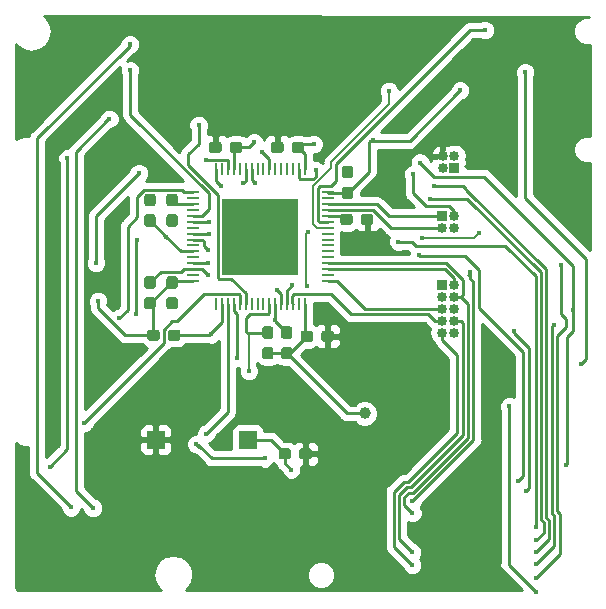
<source format=gbr>
G04 #@! TF.GenerationSoftware,KiCad,Pcbnew,5.0.2-bee76a0~70~ubuntu18.04.1*
G04 #@! TF.CreationDate,2020-07-09T21:56:47-07:00*
G04 #@! TF.ProjectId,light_thing_hw,6c696768-745f-4746-9869-6e675f68772e,rev?*
G04 #@! TF.SameCoordinates,Original*
G04 #@! TF.FileFunction,Copper,L1,Top*
G04 #@! TF.FilePolarity,Positive*
%FSLAX46Y46*%
G04 Gerber Fmt 4.6, Leading zero omitted, Abs format (unit mm)*
G04 Created by KiCad (PCBNEW 5.0.2-bee76a0~70~ubuntu18.04.1) date Thu 09 Jul 2020 09:56:47 PM PDT*
%MOMM*%
%LPD*%
G01*
G04 APERTURE LIST*
G04 #@! TA.AperFunction,SMDPad,CuDef*
%ADD10R,6.500000X6.500000*%
G04 #@! TD*
G04 #@! TA.AperFunction,SMDPad,CuDef*
%ADD11R,1.000000X0.250000*%
G04 #@! TD*
G04 #@! TA.AperFunction,SMDPad,CuDef*
%ADD12R,0.250000X1.000000*%
G04 #@! TD*
G04 #@! TA.AperFunction,Conductor*
%ADD13C,0.100000*%
G04 #@! TD*
G04 #@! TA.AperFunction,SMDPad,CuDef*
%ADD14C,0.950000*%
G04 #@! TD*
G04 #@! TA.AperFunction,ComponentPad*
%ADD15O,0.850000X0.850000*%
G04 #@! TD*
G04 #@! TA.AperFunction,ComponentPad*
%ADD16R,0.850000X0.850000*%
G04 #@! TD*
G04 #@! TA.AperFunction,SMDPad,CuDef*
%ADD17R,1.500000X1.500000*%
G04 #@! TD*
G04 #@! TA.AperFunction,BGAPad,CuDef*
%ADD18C,1.000000*%
G04 #@! TD*
G04 #@! TA.AperFunction,ViaPad*
%ADD19C,0.450000*%
G04 #@! TD*
G04 #@! TA.AperFunction,Conductor*
%ADD20C,0.250000*%
G04 #@! TD*
G04 #@! TA.AperFunction,Conductor*
%ADD21C,0.150000*%
G04 #@! TD*
G04 #@! TA.AperFunction,Conductor*
%ADD22C,0.254000*%
G04 #@! TD*
G04 APERTURE END LIST*
D10*
G04 #@! TO.P,U5A1,65*
G04 #@! TO.N,N/C*
X128389571Y-75373695D03*
D11*
G04 #@! TO.P,U5A1,64*
G04 #@! TO.N,+3V3*
X134089571Y-71623695D03*
G04 #@! TO.P,U5A1,63*
G04 #@! TO.N,GND*
X134089571Y-72123695D03*
G04 #@! TO.P,U5A1,62*
G04 #@! TO.N,TEST_GPIO1*
X134089571Y-72623695D03*
G04 #@! TO.P,U5A1,61*
G04 #@! TO.N,TEST_GPIO0*
X134089571Y-73123695D03*
G04 #@! TO.P,U5A1,60*
G04 #@! TO.N,Net-(R5-Pad1)*
X134089571Y-73623695D03*
G04 #@! TO.P,U5A1,59*
G04 #@! TO.N,ACCEL_EXTI_2*
X134089571Y-74123695D03*
G04 #@! TO.P,U5A1,58*
G04 #@! TO.N,ACCEL_EXTI_1*
X134089571Y-74623695D03*
G04 #@! TO.P,U5A1,57*
G04 #@! TO.N,Net-(U5A1-Pad57)*
X134089571Y-75123695D03*
G04 #@! TO.P,U5A1,56*
G04 #@! TO.N,Net-(U5A1-Pad56)*
X134089571Y-75623695D03*
G04 #@! TO.P,U5A1,55*
G04 #@! TO.N,SWO*
X134089571Y-76123695D03*
G04 #@! TO.P,U5A1,54*
G04 #@! TO.N,Net-(U5A1-Pad54)*
X134089571Y-76623695D03*
G04 #@! TO.P,U5A1,53*
G04 #@! TO.N,Net-(U5A1-Pad53)*
X134089571Y-77123695D03*
G04 #@! TO.P,U5A1,52*
G04 #@! TO.N,BT_TX*
X134089571Y-77623695D03*
G04 #@! TO.P,U5A1,51*
G04 #@! TO.N,BT_RX*
X134089571Y-78123695D03*
G04 #@! TO.P,U5A1,50*
G04 #@! TO.N,Net-(U5A1-Pad50)*
X134089571Y-78623695D03*
G04 #@! TO.P,U5A1,49*
G04 #@! TO.N,SWCLK*
X134089571Y-79123695D03*
D12*
G04 #@! TO.P,U5A1,48*
G04 #@! TO.N,+3V3*
X132139571Y-81073695D03*
G04 #@! TO.P,U5A1,47*
G04 #@! TO.N,GND*
X131639571Y-81073695D03*
G04 #@! TO.P,U5A1,46*
G04 #@! TO.N,SWDIO*
X131139571Y-81073695D03*
G04 #@! TO.P,U5A1,45*
G04 #@! TO.N,D+*
X130639571Y-81073695D03*
G04 #@! TO.P,U5A1,44*
G04 #@! TO.N,D-*
X130139571Y-81073695D03*
G04 #@! TO.P,U5A1,43*
G04 #@! TO.N,I2C1_SDA*
X129639571Y-81073695D03*
G04 #@! TO.P,U5A1,42*
G04 #@! TO.N,I2C1_SCL*
X129139571Y-81073695D03*
G04 #@! TO.P,U5A1,41*
G04 #@! TO.N,Net-(U5A1-Pad41)*
X128639571Y-81073695D03*
G04 #@! TO.P,U5A1,40*
G04 #@! TO.N,Net-(U5A1-Pad40)*
X128139571Y-81073695D03*
G04 #@! TO.P,U5A1,39*
G04 #@! TO.N,Net-(U5A1-Pad39)*
X127639571Y-81073695D03*
G04 #@! TO.P,U5A1,38*
G04 #@! TO.N,BOOST_ENABLE*
X127139571Y-81073695D03*
G04 #@! TO.P,U5A1,37*
G04 #@! TO.N,BATT_ADC_ENABLE*
X126639571Y-81073695D03*
G04 #@! TO.P,U5A1,36*
G04 #@! TO.N,CHARGER_STAT2*
X126139571Y-81073695D03*
G04 #@! TO.P,U5A1,35*
G04 #@! TO.N,CHARGER_STAT1*
X125639571Y-81073695D03*
G04 #@! TO.P,U5A1,34*
G04 #@! TO.N,I2C2_SCL*
X125139571Y-81073695D03*
G04 #@! TO.P,U5A1,33*
G04 #@! TO.N,Net-(U5A1-Pad33)*
X124639571Y-81073695D03*
D11*
G04 #@! TO.P,U5A1,32*
G04 #@! TO.N,+3V3*
X122689571Y-79123695D03*
G04 #@! TO.P,U5A1,31*
G04 #@! TO.N,GND*
X122689571Y-78623695D03*
G04 #@! TO.P,U5A1,30*
G04 #@! TO.N,I2C2_SDA*
X122689571Y-78123695D03*
G04 #@! TO.P,U5A1,29*
G04 #@! TO.N,TEST_GPIO2*
X122689571Y-77623695D03*
G04 #@! TO.P,U5A1,28*
G04 #@! TO.N,Net-(U5A1-Pad28)*
X122689571Y-77123695D03*
G04 #@! TO.P,U5A1,27*
G04 #@! TO.N,ADDR_LED_PANEL_1_PWM*
X122689571Y-76623695D03*
G04 #@! TO.P,U5A1,26*
G04 #@! TO.N,Net-(U5A1-Pad26)*
X122689571Y-76123695D03*
G04 #@! TO.P,U5A1,25*
G04 #@! TO.N,BT_GPIO_3*
X122689571Y-75623695D03*
G04 #@! TO.P,U5A1,24*
G04 #@! TO.N,BT_GPIO_2*
X122689571Y-75123695D03*
G04 #@! TO.P,U5A1,23*
G04 #@! TO.N,Net-(U5A1-Pad23)*
X122689571Y-74623695D03*
G04 #@! TO.P,U5A1,22*
G04 #@! TO.N,BATT_ADC*
X122689571Y-74123695D03*
G04 #@! TO.P,U5A1,21*
G04 #@! TO.N,GREEN_LED*
X122689571Y-73623695D03*
G04 #@! TO.P,U5A1,20*
G04 #@! TO.N,Net-(U5A1-Pad20)*
X122689571Y-73123695D03*
G04 #@! TO.P,U5A1,19*
G04 #@! TO.N,+3V3*
X122689571Y-72623695D03*
G04 #@! TO.P,U5A1,18*
G04 #@! TO.N,GND*
X122689571Y-72123695D03*
G04 #@! TO.P,U5A1,17*
G04 #@! TO.N,USART_2_RX*
X122689571Y-71623695D03*
D12*
G04 #@! TO.P,U5A1,16*
G04 #@! TO.N,USART_2_TX*
X124639571Y-69673695D03*
G04 #@! TO.P,U5A1,15*
G04 #@! TO.N,Net-(U5A1-Pad15)*
X125139571Y-69673695D03*
G04 #@! TO.P,U5A1,14*
G04 #@! TO.N,ADDR_LED_BACKUP_PWM*
X125639571Y-69673695D03*
G04 #@! TO.P,U5A1,13*
G04 #@! TO.N,+3V3*
X126139571Y-69673695D03*
G04 #@! TO.P,U5A1,12*
G04 #@! TO.N,GND*
X126639571Y-69673695D03*
G04 #@! TO.P,U5A1,11*
G04 #@! TO.N,BT_GPIO_1*
X127139571Y-69673695D03*
G04 #@! TO.P,U5A1,10*
G04 #@! TO.N,BT_GPIO_0*
X127639571Y-69673695D03*
G04 #@! TO.P,U5A1,9*
G04 #@! TO.N,Net-(U5A1-Pad9)*
X128139571Y-69673695D03*
G04 #@! TO.P,U5A1,8*
G04 #@! TO.N,Net-(U5A1-Pad8)*
X128639571Y-69673695D03*
G04 #@! TO.P,U5A1,7*
G04 #@! TO.N,RESET*
X129139571Y-69673695D03*
G04 #@! TO.P,U5A1,6*
G04 #@! TO.N,Net-(U5A1-Pad6)*
X129639571Y-69673695D03*
G04 #@! TO.P,U5A1,5*
G04 #@! TO.N,Net-(U5A1-Pad5)*
X130139571Y-69673695D03*
G04 #@! TO.P,U5A1,4*
G04 #@! TO.N,Net-(U5A1-Pad4)*
X130639571Y-69673695D03*
G04 #@! TO.P,U5A1,3*
G04 #@! TO.N,Net-(U5A1-Pad3)*
X131139571Y-69673695D03*
G04 #@! TO.P,U5A1,2*
G04 #@! TO.N,BUTTON1*
X131639571Y-69673695D03*
G04 #@! TO.P,U5A1,1*
G04 #@! TO.N,+3V3*
X132139571Y-69673695D03*
G04 #@! TD*
D13*
G04 #@! TO.N,+3V3*
G04 #@! TO.C,C1*
G36*
X136020350Y-71134839D02*
X136043405Y-71138258D01*
X136066014Y-71143922D01*
X136087958Y-71151774D01*
X136109028Y-71161739D01*
X136129019Y-71173721D01*
X136147739Y-71187605D01*
X136165009Y-71203257D01*
X136180661Y-71220527D01*
X136194545Y-71239247D01*
X136206527Y-71259238D01*
X136216492Y-71280308D01*
X136224344Y-71302252D01*
X136230008Y-71324861D01*
X136233427Y-71347916D01*
X136234571Y-71371195D01*
X136234571Y-71946195D01*
X136233427Y-71969474D01*
X136230008Y-71992529D01*
X136224344Y-72015138D01*
X136216492Y-72037082D01*
X136206527Y-72058152D01*
X136194545Y-72078143D01*
X136180661Y-72096863D01*
X136165009Y-72114133D01*
X136147739Y-72129785D01*
X136129019Y-72143669D01*
X136109028Y-72155651D01*
X136087958Y-72165616D01*
X136066014Y-72173468D01*
X136043405Y-72179132D01*
X136020350Y-72182551D01*
X135997071Y-72183695D01*
X135522071Y-72183695D01*
X135498792Y-72182551D01*
X135475737Y-72179132D01*
X135453128Y-72173468D01*
X135431184Y-72165616D01*
X135410114Y-72155651D01*
X135390123Y-72143669D01*
X135371403Y-72129785D01*
X135354133Y-72114133D01*
X135338481Y-72096863D01*
X135324597Y-72078143D01*
X135312615Y-72058152D01*
X135302650Y-72037082D01*
X135294798Y-72015138D01*
X135289134Y-71992529D01*
X135285715Y-71969474D01*
X135284571Y-71946195D01*
X135284571Y-71371195D01*
X135285715Y-71347916D01*
X135289134Y-71324861D01*
X135294798Y-71302252D01*
X135302650Y-71280308D01*
X135312615Y-71259238D01*
X135324597Y-71239247D01*
X135338481Y-71220527D01*
X135354133Y-71203257D01*
X135371403Y-71187605D01*
X135390123Y-71173721D01*
X135410114Y-71161739D01*
X135431184Y-71151774D01*
X135453128Y-71143922D01*
X135475737Y-71138258D01*
X135498792Y-71134839D01*
X135522071Y-71133695D01*
X135997071Y-71133695D01*
X136020350Y-71134839D01*
X136020350Y-71134839D01*
G37*
D14*
G04 #@! TD*
G04 #@! TO.P,C1,1*
G04 #@! TO.N,+3V3*
X135759571Y-71658695D03*
D13*
G04 #@! TO.N,GND*
G04 #@! TO.C,C1*
G36*
X136020350Y-69384839D02*
X136043405Y-69388258D01*
X136066014Y-69393922D01*
X136087958Y-69401774D01*
X136109028Y-69411739D01*
X136129019Y-69423721D01*
X136147739Y-69437605D01*
X136165009Y-69453257D01*
X136180661Y-69470527D01*
X136194545Y-69489247D01*
X136206527Y-69509238D01*
X136216492Y-69530308D01*
X136224344Y-69552252D01*
X136230008Y-69574861D01*
X136233427Y-69597916D01*
X136234571Y-69621195D01*
X136234571Y-70196195D01*
X136233427Y-70219474D01*
X136230008Y-70242529D01*
X136224344Y-70265138D01*
X136216492Y-70287082D01*
X136206527Y-70308152D01*
X136194545Y-70328143D01*
X136180661Y-70346863D01*
X136165009Y-70364133D01*
X136147739Y-70379785D01*
X136129019Y-70393669D01*
X136109028Y-70405651D01*
X136087958Y-70415616D01*
X136066014Y-70423468D01*
X136043405Y-70429132D01*
X136020350Y-70432551D01*
X135997071Y-70433695D01*
X135522071Y-70433695D01*
X135498792Y-70432551D01*
X135475737Y-70429132D01*
X135453128Y-70423468D01*
X135431184Y-70415616D01*
X135410114Y-70405651D01*
X135390123Y-70393669D01*
X135371403Y-70379785D01*
X135354133Y-70364133D01*
X135338481Y-70346863D01*
X135324597Y-70328143D01*
X135312615Y-70308152D01*
X135302650Y-70287082D01*
X135294798Y-70265138D01*
X135289134Y-70242529D01*
X135285715Y-70219474D01*
X135284571Y-70196195D01*
X135284571Y-69621195D01*
X135285715Y-69597916D01*
X135289134Y-69574861D01*
X135294798Y-69552252D01*
X135302650Y-69530308D01*
X135312615Y-69509238D01*
X135324597Y-69489247D01*
X135338481Y-69470527D01*
X135354133Y-69453257D01*
X135371403Y-69437605D01*
X135390123Y-69423721D01*
X135410114Y-69411739D01*
X135431184Y-69401774D01*
X135453128Y-69393922D01*
X135475737Y-69388258D01*
X135498792Y-69384839D01*
X135522071Y-69383695D01*
X135997071Y-69383695D01*
X136020350Y-69384839D01*
X136020350Y-69384839D01*
G37*
D14*
G04 #@! TD*
G04 #@! TO.P,C1,2*
G04 #@! TO.N,GND*
X135759571Y-69908695D03*
D13*
G04 #@! TO.N,GND*
G04 #@! TO.C,C2*
G36*
X134376938Y-83339247D02*
X134399993Y-83342666D01*
X134422602Y-83348330D01*
X134444546Y-83356182D01*
X134465616Y-83366147D01*
X134485607Y-83378129D01*
X134504327Y-83392013D01*
X134521597Y-83407665D01*
X134537249Y-83424935D01*
X134551133Y-83443655D01*
X134563115Y-83463646D01*
X134573080Y-83484716D01*
X134580932Y-83506660D01*
X134586596Y-83529269D01*
X134590015Y-83552324D01*
X134591159Y-83575603D01*
X134591159Y-84050603D01*
X134590015Y-84073882D01*
X134586596Y-84096937D01*
X134580932Y-84119546D01*
X134573080Y-84141490D01*
X134563115Y-84162560D01*
X134551133Y-84182551D01*
X134537249Y-84201271D01*
X134521597Y-84218541D01*
X134504327Y-84234193D01*
X134485607Y-84248077D01*
X134465616Y-84260059D01*
X134444546Y-84270024D01*
X134422602Y-84277876D01*
X134399993Y-84283540D01*
X134376938Y-84286959D01*
X134353659Y-84288103D01*
X133778659Y-84288103D01*
X133755380Y-84286959D01*
X133732325Y-84283540D01*
X133709716Y-84277876D01*
X133687772Y-84270024D01*
X133666702Y-84260059D01*
X133646711Y-84248077D01*
X133627991Y-84234193D01*
X133610721Y-84218541D01*
X133595069Y-84201271D01*
X133581185Y-84182551D01*
X133569203Y-84162560D01*
X133559238Y-84141490D01*
X133551386Y-84119546D01*
X133545722Y-84096937D01*
X133542303Y-84073882D01*
X133541159Y-84050603D01*
X133541159Y-83575603D01*
X133542303Y-83552324D01*
X133545722Y-83529269D01*
X133551386Y-83506660D01*
X133559238Y-83484716D01*
X133569203Y-83463646D01*
X133581185Y-83443655D01*
X133595069Y-83424935D01*
X133610721Y-83407665D01*
X133627991Y-83392013D01*
X133646711Y-83378129D01*
X133666702Y-83366147D01*
X133687772Y-83356182D01*
X133709716Y-83348330D01*
X133732325Y-83342666D01*
X133755380Y-83339247D01*
X133778659Y-83338103D01*
X134353659Y-83338103D01*
X134376938Y-83339247D01*
X134376938Y-83339247D01*
G37*
D14*
G04 #@! TD*
G04 #@! TO.P,C2,2*
G04 #@! TO.N,GND*
X134066159Y-83813103D03*
D13*
G04 #@! TO.N,+3V3*
G04 #@! TO.C,C2*
G36*
X132626938Y-83339247D02*
X132649993Y-83342666D01*
X132672602Y-83348330D01*
X132694546Y-83356182D01*
X132715616Y-83366147D01*
X132735607Y-83378129D01*
X132754327Y-83392013D01*
X132771597Y-83407665D01*
X132787249Y-83424935D01*
X132801133Y-83443655D01*
X132813115Y-83463646D01*
X132823080Y-83484716D01*
X132830932Y-83506660D01*
X132836596Y-83529269D01*
X132840015Y-83552324D01*
X132841159Y-83575603D01*
X132841159Y-84050603D01*
X132840015Y-84073882D01*
X132836596Y-84096937D01*
X132830932Y-84119546D01*
X132823080Y-84141490D01*
X132813115Y-84162560D01*
X132801133Y-84182551D01*
X132787249Y-84201271D01*
X132771597Y-84218541D01*
X132754327Y-84234193D01*
X132735607Y-84248077D01*
X132715616Y-84260059D01*
X132694546Y-84270024D01*
X132672602Y-84277876D01*
X132649993Y-84283540D01*
X132626938Y-84286959D01*
X132603659Y-84288103D01*
X132028659Y-84288103D01*
X132005380Y-84286959D01*
X131982325Y-84283540D01*
X131959716Y-84277876D01*
X131937772Y-84270024D01*
X131916702Y-84260059D01*
X131896711Y-84248077D01*
X131877991Y-84234193D01*
X131860721Y-84218541D01*
X131845069Y-84201271D01*
X131831185Y-84182551D01*
X131819203Y-84162560D01*
X131809238Y-84141490D01*
X131801386Y-84119546D01*
X131795722Y-84096937D01*
X131792303Y-84073882D01*
X131791159Y-84050603D01*
X131791159Y-83575603D01*
X131792303Y-83552324D01*
X131795722Y-83529269D01*
X131801386Y-83506660D01*
X131809238Y-83484716D01*
X131819203Y-83463646D01*
X131831185Y-83443655D01*
X131845069Y-83424935D01*
X131860721Y-83407665D01*
X131877991Y-83392013D01*
X131896711Y-83378129D01*
X131916702Y-83366147D01*
X131937772Y-83356182D01*
X131959716Y-83348330D01*
X131982325Y-83342666D01*
X132005380Y-83339247D01*
X132028659Y-83338103D01*
X132603659Y-83338103D01*
X132626938Y-83339247D01*
X132626938Y-83339247D01*
G37*
D14*
G04 #@! TD*
G04 #@! TO.P,C2,1*
G04 #@! TO.N,+3V3*
X132316159Y-83813103D03*
D13*
G04 #@! TO.N,+3V3*
G04 #@! TO.C,C3*
G36*
X121160350Y-78739839D02*
X121183405Y-78743258D01*
X121206014Y-78748922D01*
X121227958Y-78756774D01*
X121249028Y-78766739D01*
X121269019Y-78778721D01*
X121287739Y-78792605D01*
X121305009Y-78808257D01*
X121320661Y-78825527D01*
X121334545Y-78844247D01*
X121346527Y-78864238D01*
X121356492Y-78885308D01*
X121364344Y-78907252D01*
X121370008Y-78929861D01*
X121373427Y-78952916D01*
X121374571Y-78976195D01*
X121374571Y-79551195D01*
X121373427Y-79574474D01*
X121370008Y-79597529D01*
X121364344Y-79620138D01*
X121356492Y-79642082D01*
X121346527Y-79663152D01*
X121334545Y-79683143D01*
X121320661Y-79701863D01*
X121305009Y-79719133D01*
X121287739Y-79734785D01*
X121269019Y-79748669D01*
X121249028Y-79760651D01*
X121227958Y-79770616D01*
X121206014Y-79778468D01*
X121183405Y-79784132D01*
X121160350Y-79787551D01*
X121137071Y-79788695D01*
X120662071Y-79788695D01*
X120638792Y-79787551D01*
X120615737Y-79784132D01*
X120593128Y-79778468D01*
X120571184Y-79770616D01*
X120550114Y-79760651D01*
X120530123Y-79748669D01*
X120511403Y-79734785D01*
X120494133Y-79719133D01*
X120478481Y-79701863D01*
X120464597Y-79683143D01*
X120452615Y-79663152D01*
X120442650Y-79642082D01*
X120434798Y-79620138D01*
X120429134Y-79597529D01*
X120425715Y-79574474D01*
X120424571Y-79551195D01*
X120424571Y-78976195D01*
X120425715Y-78952916D01*
X120429134Y-78929861D01*
X120434798Y-78907252D01*
X120442650Y-78885308D01*
X120452615Y-78864238D01*
X120464597Y-78844247D01*
X120478481Y-78825527D01*
X120494133Y-78808257D01*
X120511403Y-78792605D01*
X120530123Y-78778721D01*
X120550114Y-78766739D01*
X120571184Y-78756774D01*
X120593128Y-78748922D01*
X120615737Y-78743258D01*
X120638792Y-78739839D01*
X120662071Y-78738695D01*
X121137071Y-78738695D01*
X121160350Y-78739839D01*
X121160350Y-78739839D01*
G37*
D14*
G04 #@! TD*
G04 #@! TO.P,C3,1*
G04 #@! TO.N,+3V3*
X120899571Y-79263695D03*
D13*
G04 #@! TO.N,GND*
G04 #@! TO.C,C3*
G36*
X121160350Y-80489839D02*
X121183405Y-80493258D01*
X121206014Y-80498922D01*
X121227958Y-80506774D01*
X121249028Y-80516739D01*
X121269019Y-80528721D01*
X121287739Y-80542605D01*
X121305009Y-80558257D01*
X121320661Y-80575527D01*
X121334545Y-80594247D01*
X121346527Y-80614238D01*
X121356492Y-80635308D01*
X121364344Y-80657252D01*
X121370008Y-80679861D01*
X121373427Y-80702916D01*
X121374571Y-80726195D01*
X121374571Y-81301195D01*
X121373427Y-81324474D01*
X121370008Y-81347529D01*
X121364344Y-81370138D01*
X121356492Y-81392082D01*
X121346527Y-81413152D01*
X121334545Y-81433143D01*
X121320661Y-81451863D01*
X121305009Y-81469133D01*
X121287739Y-81484785D01*
X121269019Y-81498669D01*
X121249028Y-81510651D01*
X121227958Y-81520616D01*
X121206014Y-81528468D01*
X121183405Y-81534132D01*
X121160350Y-81537551D01*
X121137071Y-81538695D01*
X120662071Y-81538695D01*
X120638792Y-81537551D01*
X120615737Y-81534132D01*
X120593128Y-81528468D01*
X120571184Y-81520616D01*
X120550114Y-81510651D01*
X120530123Y-81498669D01*
X120511403Y-81484785D01*
X120494133Y-81469133D01*
X120478481Y-81451863D01*
X120464597Y-81433143D01*
X120452615Y-81413152D01*
X120442650Y-81392082D01*
X120434798Y-81370138D01*
X120429134Y-81347529D01*
X120425715Y-81324474D01*
X120424571Y-81301195D01*
X120424571Y-80726195D01*
X120425715Y-80702916D01*
X120429134Y-80679861D01*
X120434798Y-80657252D01*
X120442650Y-80635308D01*
X120452615Y-80614238D01*
X120464597Y-80594247D01*
X120478481Y-80575527D01*
X120494133Y-80558257D01*
X120511403Y-80542605D01*
X120530123Y-80528721D01*
X120550114Y-80516739D01*
X120571184Y-80506774D01*
X120593128Y-80498922D01*
X120615737Y-80493258D01*
X120638792Y-80489839D01*
X120662071Y-80488695D01*
X121137071Y-80488695D01*
X121160350Y-80489839D01*
X121160350Y-80489839D01*
G37*
D14*
G04 #@! TD*
G04 #@! TO.P,C3,2*
G04 #@! TO.N,GND*
X120899571Y-81013695D03*
D13*
G04 #@! TO.N,GND*
G04 #@! TO.C,C4*
G36*
X121160350Y-73489839D02*
X121183405Y-73493258D01*
X121206014Y-73498922D01*
X121227958Y-73506774D01*
X121249028Y-73516739D01*
X121269019Y-73528721D01*
X121287739Y-73542605D01*
X121305009Y-73558257D01*
X121320661Y-73575527D01*
X121334545Y-73594247D01*
X121346527Y-73614238D01*
X121356492Y-73635308D01*
X121364344Y-73657252D01*
X121370008Y-73679861D01*
X121373427Y-73702916D01*
X121374571Y-73726195D01*
X121374571Y-74301195D01*
X121373427Y-74324474D01*
X121370008Y-74347529D01*
X121364344Y-74370138D01*
X121356492Y-74392082D01*
X121346527Y-74413152D01*
X121334545Y-74433143D01*
X121320661Y-74451863D01*
X121305009Y-74469133D01*
X121287739Y-74484785D01*
X121269019Y-74498669D01*
X121249028Y-74510651D01*
X121227958Y-74520616D01*
X121206014Y-74528468D01*
X121183405Y-74534132D01*
X121160350Y-74537551D01*
X121137071Y-74538695D01*
X120662071Y-74538695D01*
X120638792Y-74537551D01*
X120615737Y-74534132D01*
X120593128Y-74528468D01*
X120571184Y-74520616D01*
X120550114Y-74510651D01*
X120530123Y-74498669D01*
X120511403Y-74484785D01*
X120494133Y-74469133D01*
X120478481Y-74451863D01*
X120464597Y-74433143D01*
X120452615Y-74413152D01*
X120442650Y-74392082D01*
X120434798Y-74370138D01*
X120429134Y-74347529D01*
X120425715Y-74324474D01*
X120424571Y-74301195D01*
X120424571Y-73726195D01*
X120425715Y-73702916D01*
X120429134Y-73679861D01*
X120434798Y-73657252D01*
X120442650Y-73635308D01*
X120452615Y-73614238D01*
X120464597Y-73594247D01*
X120478481Y-73575527D01*
X120494133Y-73558257D01*
X120511403Y-73542605D01*
X120530123Y-73528721D01*
X120550114Y-73516739D01*
X120571184Y-73506774D01*
X120593128Y-73498922D01*
X120615737Y-73493258D01*
X120638792Y-73489839D01*
X120662071Y-73488695D01*
X121137071Y-73488695D01*
X121160350Y-73489839D01*
X121160350Y-73489839D01*
G37*
D14*
G04 #@! TD*
G04 #@! TO.P,C4,2*
G04 #@! TO.N,GND*
X120899571Y-74013695D03*
D13*
G04 #@! TO.N,+3V3*
G04 #@! TO.C,C4*
G36*
X121160350Y-71739839D02*
X121183405Y-71743258D01*
X121206014Y-71748922D01*
X121227958Y-71756774D01*
X121249028Y-71766739D01*
X121269019Y-71778721D01*
X121287739Y-71792605D01*
X121305009Y-71808257D01*
X121320661Y-71825527D01*
X121334545Y-71844247D01*
X121346527Y-71864238D01*
X121356492Y-71885308D01*
X121364344Y-71907252D01*
X121370008Y-71929861D01*
X121373427Y-71952916D01*
X121374571Y-71976195D01*
X121374571Y-72551195D01*
X121373427Y-72574474D01*
X121370008Y-72597529D01*
X121364344Y-72620138D01*
X121356492Y-72642082D01*
X121346527Y-72663152D01*
X121334545Y-72683143D01*
X121320661Y-72701863D01*
X121305009Y-72719133D01*
X121287739Y-72734785D01*
X121269019Y-72748669D01*
X121249028Y-72760651D01*
X121227958Y-72770616D01*
X121206014Y-72778468D01*
X121183405Y-72784132D01*
X121160350Y-72787551D01*
X121137071Y-72788695D01*
X120662071Y-72788695D01*
X120638792Y-72787551D01*
X120615737Y-72784132D01*
X120593128Y-72778468D01*
X120571184Y-72770616D01*
X120550114Y-72760651D01*
X120530123Y-72748669D01*
X120511403Y-72734785D01*
X120494133Y-72719133D01*
X120478481Y-72701863D01*
X120464597Y-72683143D01*
X120452615Y-72663152D01*
X120442650Y-72642082D01*
X120434798Y-72620138D01*
X120429134Y-72597529D01*
X120425715Y-72574474D01*
X120424571Y-72551195D01*
X120424571Y-71976195D01*
X120425715Y-71952916D01*
X120429134Y-71929861D01*
X120434798Y-71907252D01*
X120442650Y-71885308D01*
X120452615Y-71864238D01*
X120464597Y-71844247D01*
X120478481Y-71825527D01*
X120494133Y-71808257D01*
X120511403Y-71792605D01*
X120530123Y-71778721D01*
X120550114Y-71766739D01*
X120571184Y-71756774D01*
X120593128Y-71748922D01*
X120615737Y-71743258D01*
X120638792Y-71739839D01*
X120662071Y-71738695D01*
X121137071Y-71738695D01*
X121160350Y-71739839D01*
X121160350Y-71739839D01*
G37*
D14*
G04 #@! TD*
G04 #@! TO.P,C4,1*
G04 #@! TO.N,+3V3*
X120899571Y-72263695D03*
D13*
G04 #@! TO.N,ADDR_LED_PANEL_1_PWM*
G04 #@! TO.C,C7*
G36*
X119292405Y-73483310D02*
X119315460Y-73486729D01*
X119338069Y-73492393D01*
X119360013Y-73500245D01*
X119381083Y-73510210D01*
X119401074Y-73522192D01*
X119419794Y-73536076D01*
X119437064Y-73551728D01*
X119452716Y-73568998D01*
X119466600Y-73587718D01*
X119478582Y-73607709D01*
X119488547Y-73628779D01*
X119496399Y-73650723D01*
X119502063Y-73673332D01*
X119505482Y-73696387D01*
X119506626Y-73719666D01*
X119506626Y-74294666D01*
X119505482Y-74317945D01*
X119502063Y-74341000D01*
X119496399Y-74363609D01*
X119488547Y-74385553D01*
X119478582Y-74406623D01*
X119466600Y-74426614D01*
X119452716Y-74445334D01*
X119437064Y-74462604D01*
X119419794Y-74478256D01*
X119401074Y-74492140D01*
X119381083Y-74504122D01*
X119360013Y-74514087D01*
X119338069Y-74521939D01*
X119315460Y-74527603D01*
X119292405Y-74531022D01*
X119269126Y-74532166D01*
X118794126Y-74532166D01*
X118770847Y-74531022D01*
X118747792Y-74527603D01*
X118725183Y-74521939D01*
X118703239Y-74514087D01*
X118682169Y-74504122D01*
X118662178Y-74492140D01*
X118643458Y-74478256D01*
X118626188Y-74462604D01*
X118610536Y-74445334D01*
X118596652Y-74426614D01*
X118584670Y-74406623D01*
X118574705Y-74385553D01*
X118566853Y-74363609D01*
X118561189Y-74341000D01*
X118557770Y-74317945D01*
X118556626Y-74294666D01*
X118556626Y-73719666D01*
X118557770Y-73696387D01*
X118561189Y-73673332D01*
X118566853Y-73650723D01*
X118574705Y-73628779D01*
X118584670Y-73607709D01*
X118596652Y-73587718D01*
X118610536Y-73568998D01*
X118626188Y-73551728D01*
X118643458Y-73536076D01*
X118662178Y-73522192D01*
X118682169Y-73510210D01*
X118703239Y-73500245D01*
X118725183Y-73492393D01*
X118747792Y-73486729D01*
X118770847Y-73483310D01*
X118794126Y-73482166D01*
X119269126Y-73482166D01*
X119292405Y-73483310D01*
X119292405Y-73483310D01*
G37*
D14*
G04 #@! TD*
G04 #@! TO.P,C7,1*
G04 #@! TO.N,ADDR_LED_PANEL_1_PWM*
X119031626Y-74007166D03*
D13*
G04 #@! TO.N,GND*
G04 #@! TO.C,C7*
G36*
X119292405Y-71733310D02*
X119315460Y-71736729D01*
X119338069Y-71742393D01*
X119360013Y-71750245D01*
X119381083Y-71760210D01*
X119401074Y-71772192D01*
X119419794Y-71786076D01*
X119437064Y-71801728D01*
X119452716Y-71818998D01*
X119466600Y-71837718D01*
X119478582Y-71857709D01*
X119488547Y-71878779D01*
X119496399Y-71900723D01*
X119502063Y-71923332D01*
X119505482Y-71946387D01*
X119506626Y-71969666D01*
X119506626Y-72544666D01*
X119505482Y-72567945D01*
X119502063Y-72591000D01*
X119496399Y-72613609D01*
X119488547Y-72635553D01*
X119478582Y-72656623D01*
X119466600Y-72676614D01*
X119452716Y-72695334D01*
X119437064Y-72712604D01*
X119419794Y-72728256D01*
X119401074Y-72742140D01*
X119381083Y-72754122D01*
X119360013Y-72764087D01*
X119338069Y-72771939D01*
X119315460Y-72777603D01*
X119292405Y-72781022D01*
X119269126Y-72782166D01*
X118794126Y-72782166D01*
X118770847Y-72781022D01*
X118747792Y-72777603D01*
X118725183Y-72771939D01*
X118703239Y-72764087D01*
X118682169Y-72754122D01*
X118662178Y-72742140D01*
X118643458Y-72728256D01*
X118626188Y-72712604D01*
X118610536Y-72695334D01*
X118596652Y-72676614D01*
X118584670Y-72656623D01*
X118574705Y-72635553D01*
X118566853Y-72613609D01*
X118561189Y-72591000D01*
X118557770Y-72567945D01*
X118556626Y-72544666D01*
X118556626Y-71969666D01*
X118557770Y-71946387D01*
X118561189Y-71923332D01*
X118566853Y-71900723D01*
X118574705Y-71878779D01*
X118584670Y-71857709D01*
X118596652Y-71837718D01*
X118610536Y-71818998D01*
X118626188Y-71801728D01*
X118643458Y-71786076D01*
X118662178Y-71772192D01*
X118682169Y-71760210D01*
X118703239Y-71750245D01*
X118725183Y-71742393D01*
X118747792Y-71736729D01*
X118770847Y-71733310D01*
X118794126Y-71732166D01*
X119269126Y-71732166D01*
X119292405Y-71733310D01*
X119292405Y-71733310D01*
G37*
D14*
G04 #@! TD*
G04 #@! TO.P,C7,2*
G04 #@! TO.N,GND*
X119031626Y-72257166D03*
D13*
G04 #@! TO.N,GND*
G04 #@! TO.C,C9*
G36*
X132510779Y-93296144D02*
X132533834Y-93299563D01*
X132556443Y-93305227D01*
X132578387Y-93313079D01*
X132599457Y-93323044D01*
X132619448Y-93335026D01*
X132638168Y-93348910D01*
X132655438Y-93364562D01*
X132671090Y-93381832D01*
X132684974Y-93400552D01*
X132696956Y-93420543D01*
X132706921Y-93441613D01*
X132714773Y-93463557D01*
X132720437Y-93486166D01*
X132723856Y-93509221D01*
X132725000Y-93532500D01*
X132725000Y-94007500D01*
X132723856Y-94030779D01*
X132720437Y-94053834D01*
X132714773Y-94076443D01*
X132706921Y-94098387D01*
X132696956Y-94119457D01*
X132684974Y-94139448D01*
X132671090Y-94158168D01*
X132655438Y-94175438D01*
X132638168Y-94191090D01*
X132619448Y-94204974D01*
X132599457Y-94216956D01*
X132578387Y-94226921D01*
X132556443Y-94234773D01*
X132533834Y-94240437D01*
X132510779Y-94243856D01*
X132487500Y-94245000D01*
X131912500Y-94245000D01*
X131889221Y-94243856D01*
X131866166Y-94240437D01*
X131843557Y-94234773D01*
X131821613Y-94226921D01*
X131800543Y-94216956D01*
X131780552Y-94204974D01*
X131761832Y-94191090D01*
X131744562Y-94175438D01*
X131728910Y-94158168D01*
X131715026Y-94139448D01*
X131703044Y-94119457D01*
X131693079Y-94098387D01*
X131685227Y-94076443D01*
X131679563Y-94053834D01*
X131676144Y-94030779D01*
X131675000Y-94007500D01*
X131675000Y-93532500D01*
X131676144Y-93509221D01*
X131679563Y-93486166D01*
X131685227Y-93463557D01*
X131693079Y-93441613D01*
X131703044Y-93420543D01*
X131715026Y-93400552D01*
X131728910Y-93381832D01*
X131744562Y-93364562D01*
X131761832Y-93348910D01*
X131780552Y-93335026D01*
X131800543Y-93323044D01*
X131821613Y-93313079D01*
X131843557Y-93305227D01*
X131866166Y-93299563D01*
X131889221Y-93296144D01*
X131912500Y-93295000D01*
X132487500Y-93295000D01*
X132510779Y-93296144D01*
X132510779Y-93296144D01*
G37*
D14*
G04 #@! TD*
G04 #@! TO.P,C9,2*
G04 #@! TO.N,GND*
X132200000Y-93770000D03*
D13*
G04 #@! TO.N,RESET*
G04 #@! TO.C,C9*
G36*
X130760779Y-93296144D02*
X130783834Y-93299563D01*
X130806443Y-93305227D01*
X130828387Y-93313079D01*
X130849457Y-93323044D01*
X130869448Y-93335026D01*
X130888168Y-93348910D01*
X130905438Y-93364562D01*
X130921090Y-93381832D01*
X130934974Y-93400552D01*
X130946956Y-93420543D01*
X130956921Y-93441613D01*
X130964773Y-93463557D01*
X130970437Y-93486166D01*
X130973856Y-93509221D01*
X130975000Y-93532500D01*
X130975000Y-94007500D01*
X130973856Y-94030779D01*
X130970437Y-94053834D01*
X130964773Y-94076443D01*
X130956921Y-94098387D01*
X130946956Y-94119457D01*
X130934974Y-94139448D01*
X130921090Y-94158168D01*
X130905438Y-94175438D01*
X130888168Y-94191090D01*
X130869448Y-94204974D01*
X130849457Y-94216956D01*
X130828387Y-94226921D01*
X130806443Y-94234773D01*
X130783834Y-94240437D01*
X130760779Y-94243856D01*
X130737500Y-94245000D01*
X130162500Y-94245000D01*
X130139221Y-94243856D01*
X130116166Y-94240437D01*
X130093557Y-94234773D01*
X130071613Y-94226921D01*
X130050543Y-94216956D01*
X130030552Y-94204974D01*
X130011832Y-94191090D01*
X129994562Y-94175438D01*
X129978910Y-94158168D01*
X129965026Y-94139448D01*
X129953044Y-94119457D01*
X129943079Y-94098387D01*
X129935227Y-94076443D01*
X129929563Y-94053834D01*
X129926144Y-94030779D01*
X129925000Y-94007500D01*
X129925000Y-93532500D01*
X129926144Y-93509221D01*
X129929563Y-93486166D01*
X129935227Y-93463557D01*
X129943079Y-93441613D01*
X129953044Y-93420543D01*
X129965026Y-93400552D01*
X129978910Y-93381832D01*
X129994562Y-93364562D01*
X130011832Y-93348910D01*
X130030552Y-93335026D01*
X130050543Y-93323044D01*
X130071613Y-93313079D01*
X130093557Y-93305227D01*
X130116166Y-93299563D01*
X130139221Y-93296144D01*
X130162500Y-93295000D01*
X130737500Y-93295000D01*
X130760779Y-93296144D01*
X130760779Y-93296144D01*
G37*
D14*
G04 #@! TD*
G04 #@! TO.P,C9,1*
G04 #@! TO.N,RESET*
X130450000Y-93770000D03*
D13*
G04 #@! TO.N,+3V3*
G04 #@! TO.C,C16*
G36*
X131876938Y-67339247D02*
X131899993Y-67342666D01*
X131922602Y-67348330D01*
X131944546Y-67356182D01*
X131965616Y-67366147D01*
X131985607Y-67378129D01*
X132004327Y-67392013D01*
X132021597Y-67407665D01*
X132037249Y-67424935D01*
X132051133Y-67443655D01*
X132063115Y-67463646D01*
X132073080Y-67484716D01*
X132080932Y-67506660D01*
X132086596Y-67529269D01*
X132090015Y-67552324D01*
X132091159Y-67575603D01*
X132091159Y-68050603D01*
X132090015Y-68073882D01*
X132086596Y-68096937D01*
X132080932Y-68119546D01*
X132073080Y-68141490D01*
X132063115Y-68162560D01*
X132051133Y-68182551D01*
X132037249Y-68201271D01*
X132021597Y-68218541D01*
X132004327Y-68234193D01*
X131985607Y-68248077D01*
X131965616Y-68260059D01*
X131944546Y-68270024D01*
X131922602Y-68277876D01*
X131899993Y-68283540D01*
X131876938Y-68286959D01*
X131853659Y-68288103D01*
X131278659Y-68288103D01*
X131255380Y-68286959D01*
X131232325Y-68283540D01*
X131209716Y-68277876D01*
X131187772Y-68270024D01*
X131166702Y-68260059D01*
X131146711Y-68248077D01*
X131127991Y-68234193D01*
X131110721Y-68218541D01*
X131095069Y-68201271D01*
X131081185Y-68182551D01*
X131069203Y-68162560D01*
X131059238Y-68141490D01*
X131051386Y-68119546D01*
X131045722Y-68096937D01*
X131042303Y-68073882D01*
X131041159Y-68050603D01*
X131041159Y-67575603D01*
X131042303Y-67552324D01*
X131045722Y-67529269D01*
X131051386Y-67506660D01*
X131059238Y-67484716D01*
X131069203Y-67463646D01*
X131081185Y-67443655D01*
X131095069Y-67424935D01*
X131110721Y-67407665D01*
X131127991Y-67392013D01*
X131146711Y-67378129D01*
X131166702Y-67366147D01*
X131187772Y-67356182D01*
X131209716Y-67348330D01*
X131232325Y-67342666D01*
X131255380Y-67339247D01*
X131278659Y-67338103D01*
X131853659Y-67338103D01*
X131876938Y-67339247D01*
X131876938Y-67339247D01*
G37*
D14*
G04 #@! TD*
G04 #@! TO.P,C16,1*
G04 #@! TO.N,+3V3*
X131566159Y-67813103D03*
D13*
G04 #@! TO.N,GND*
G04 #@! TO.C,C16*
G36*
X130126938Y-67339247D02*
X130149993Y-67342666D01*
X130172602Y-67348330D01*
X130194546Y-67356182D01*
X130215616Y-67366147D01*
X130235607Y-67378129D01*
X130254327Y-67392013D01*
X130271597Y-67407665D01*
X130287249Y-67424935D01*
X130301133Y-67443655D01*
X130313115Y-67463646D01*
X130323080Y-67484716D01*
X130330932Y-67506660D01*
X130336596Y-67529269D01*
X130340015Y-67552324D01*
X130341159Y-67575603D01*
X130341159Y-68050603D01*
X130340015Y-68073882D01*
X130336596Y-68096937D01*
X130330932Y-68119546D01*
X130323080Y-68141490D01*
X130313115Y-68162560D01*
X130301133Y-68182551D01*
X130287249Y-68201271D01*
X130271597Y-68218541D01*
X130254327Y-68234193D01*
X130235607Y-68248077D01*
X130215616Y-68260059D01*
X130194546Y-68270024D01*
X130172602Y-68277876D01*
X130149993Y-68283540D01*
X130126938Y-68286959D01*
X130103659Y-68288103D01*
X129528659Y-68288103D01*
X129505380Y-68286959D01*
X129482325Y-68283540D01*
X129459716Y-68277876D01*
X129437772Y-68270024D01*
X129416702Y-68260059D01*
X129396711Y-68248077D01*
X129377991Y-68234193D01*
X129360721Y-68218541D01*
X129345069Y-68201271D01*
X129331185Y-68182551D01*
X129319203Y-68162560D01*
X129309238Y-68141490D01*
X129301386Y-68119546D01*
X129295722Y-68096937D01*
X129292303Y-68073882D01*
X129291159Y-68050603D01*
X129291159Y-67575603D01*
X129292303Y-67552324D01*
X129295722Y-67529269D01*
X129301386Y-67506660D01*
X129309238Y-67484716D01*
X129319203Y-67463646D01*
X129331185Y-67443655D01*
X129345069Y-67424935D01*
X129360721Y-67407665D01*
X129377991Y-67392013D01*
X129396711Y-67378129D01*
X129416702Y-67366147D01*
X129437772Y-67356182D01*
X129459716Y-67348330D01*
X129482325Y-67342666D01*
X129505380Y-67339247D01*
X129528659Y-67338103D01*
X130103659Y-67338103D01*
X130126938Y-67339247D01*
X130126938Y-67339247D01*
G37*
D14*
G04 #@! TD*
G04 #@! TO.P,C16,2*
G04 #@! TO.N,GND*
X129816159Y-67813103D03*
D13*
G04 #@! TO.N,GND*
G04 #@! TO.C,C17*
G36*
X124876938Y-67339247D02*
X124899993Y-67342666D01*
X124922602Y-67348330D01*
X124944546Y-67356182D01*
X124965616Y-67366147D01*
X124985607Y-67378129D01*
X125004327Y-67392013D01*
X125021597Y-67407665D01*
X125037249Y-67424935D01*
X125051133Y-67443655D01*
X125063115Y-67463646D01*
X125073080Y-67484716D01*
X125080932Y-67506660D01*
X125086596Y-67529269D01*
X125090015Y-67552324D01*
X125091159Y-67575603D01*
X125091159Y-68050603D01*
X125090015Y-68073882D01*
X125086596Y-68096937D01*
X125080932Y-68119546D01*
X125073080Y-68141490D01*
X125063115Y-68162560D01*
X125051133Y-68182551D01*
X125037249Y-68201271D01*
X125021597Y-68218541D01*
X125004327Y-68234193D01*
X124985607Y-68248077D01*
X124965616Y-68260059D01*
X124944546Y-68270024D01*
X124922602Y-68277876D01*
X124899993Y-68283540D01*
X124876938Y-68286959D01*
X124853659Y-68288103D01*
X124278659Y-68288103D01*
X124255380Y-68286959D01*
X124232325Y-68283540D01*
X124209716Y-68277876D01*
X124187772Y-68270024D01*
X124166702Y-68260059D01*
X124146711Y-68248077D01*
X124127991Y-68234193D01*
X124110721Y-68218541D01*
X124095069Y-68201271D01*
X124081185Y-68182551D01*
X124069203Y-68162560D01*
X124059238Y-68141490D01*
X124051386Y-68119546D01*
X124045722Y-68096937D01*
X124042303Y-68073882D01*
X124041159Y-68050603D01*
X124041159Y-67575603D01*
X124042303Y-67552324D01*
X124045722Y-67529269D01*
X124051386Y-67506660D01*
X124059238Y-67484716D01*
X124069203Y-67463646D01*
X124081185Y-67443655D01*
X124095069Y-67424935D01*
X124110721Y-67407665D01*
X124127991Y-67392013D01*
X124146711Y-67378129D01*
X124166702Y-67366147D01*
X124187772Y-67356182D01*
X124209716Y-67348330D01*
X124232325Y-67342666D01*
X124255380Y-67339247D01*
X124278659Y-67338103D01*
X124853659Y-67338103D01*
X124876938Y-67339247D01*
X124876938Y-67339247D01*
G37*
D14*
G04 #@! TD*
G04 #@! TO.P,C17,2*
G04 #@! TO.N,GND*
X124566159Y-67813103D03*
D13*
G04 #@! TO.N,+3V3*
G04 #@! TO.C,C17*
G36*
X126626938Y-67339247D02*
X126649993Y-67342666D01*
X126672602Y-67348330D01*
X126694546Y-67356182D01*
X126715616Y-67366147D01*
X126735607Y-67378129D01*
X126754327Y-67392013D01*
X126771597Y-67407665D01*
X126787249Y-67424935D01*
X126801133Y-67443655D01*
X126813115Y-67463646D01*
X126823080Y-67484716D01*
X126830932Y-67506660D01*
X126836596Y-67529269D01*
X126840015Y-67552324D01*
X126841159Y-67575603D01*
X126841159Y-68050603D01*
X126840015Y-68073882D01*
X126836596Y-68096937D01*
X126830932Y-68119546D01*
X126823080Y-68141490D01*
X126813115Y-68162560D01*
X126801133Y-68182551D01*
X126787249Y-68201271D01*
X126771597Y-68218541D01*
X126754327Y-68234193D01*
X126735607Y-68248077D01*
X126715616Y-68260059D01*
X126694546Y-68270024D01*
X126672602Y-68277876D01*
X126649993Y-68283540D01*
X126626938Y-68286959D01*
X126603659Y-68288103D01*
X126028659Y-68288103D01*
X126005380Y-68286959D01*
X125982325Y-68283540D01*
X125959716Y-68277876D01*
X125937772Y-68270024D01*
X125916702Y-68260059D01*
X125896711Y-68248077D01*
X125877991Y-68234193D01*
X125860721Y-68218541D01*
X125845069Y-68201271D01*
X125831185Y-68182551D01*
X125819203Y-68162560D01*
X125809238Y-68141490D01*
X125801386Y-68119546D01*
X125795722Y-68096937D01*
X125792303Y-68073882D01*
X125791159Y-68050603D01*
X125791159Y-67575603D01*
X125792303Y-67552324D01*
X125795722Y-67529269D01*
X125801386Y-67506660D01*
X125809238Y-67484716D01*
X125819203Y-67463646D01*
X125831185Y-67443655D01*
X125845069Y-67424935D01*
X125860721Y-67407665D01*
X125877991Y-67392013D01*
X125896711Y-67378129D01*
X125916702Y-67366147D01*
X125937772Y-67356182D01*
X125959716Y-67348330D01*
X125982325Y-67342666D01*
X126005380Y-67339247D01*
X126028659Y-67338103D01*
X126603659Y-67338103D01*
X126626938Y-67339247D01*
X126626938Y-67339247D01*
G37*
D14*
G04 #@! TD*
G04 #@! TO.P,C17,1*
G04 #@! TO.N,+3V3*
X126316159Y-67813103D03*
D15*
G04 #@! TO.P,J1,10*
G04 #@! TO.N,BT_RST*
X144764000Y-83502000D03*
G04 #@! TO.P,J1,9*
G04 #@! TO.N,BT_SWDIO*
X143764000Y-83502000D03*
G04 #@! TO.P,J1,8*
G04 #@! TO.N,BT_SWCLK*
X144764000Y-82502000D03*
G04 #@! TO.P,J1,7*
G04 #@! TO.N,SWDIO*
X143764000Y-82502000D03*
G04 #@! TO.P,J1,6*
G04 #@! TO.N,RESET*
X144764000Y-81502000D03*
G04 #@! TO.P,J1,5*
G04 #@! TO.N,SWCLK*
X143764000Y-81502000D03*
G04 #@! TO.P,J1,4*
G04 #@! TO.N,BT_TX*
X144764000Y-80502000D03*
G04 #@! TO.P,J1,3*
G04 #@! TO.N,USART_2_RX*
X143764000Y-80502000D03*
G04 #@! TO.P,J1,2*
G04 #@! TO.N,BT_RX*
X144764000Y-79502000D03*
D16*
G04 #@! TO.P,J1,1*
G04 #@! TO.N,USART_2_TX*
X143764000Y-79502000D03*
G04 #@! TD*
G04 #@! TO.P,J3,1*
G04 #@! TO.N,GND*
X144812740Y-69564132D03*
D15*
G04 #@! TO.P,J3,2*
G04 #@! TO.N,ADDR_LED_PANEL_1_PWM*
X143812740Y-69564132D03*
G04 #@! TO.P,J3,3*
G04 #@! TO.N,+5V*
X144812740Y-68564132D03*
G04 #@! TO.P,J3,4*
G04 #@! TO.N,GND*
X143812740Y-68564132D03*
G04 #@! TD*
G04 #@! TO.P,J4,4*
G04 #@! TO.N,TEST_GPIO2*
X144764000Y-74660000D03*
G04 #@! TO.P,J4,3*
G04 #@! TO.N,TEST_GPIO0*
X143764000Y-74660000D03*
G04 #@! TO.P,J4,2*
G04 #@! TO.N,ADDR_LED_BACKUP_PWM*
X144764000Y-73660000D03*
D16*
G04 #@! TO.P,J4,1*
G04 #@! TO.N,TEST_GPIO1*
X143764000Y-73660000D03*
G04 #@! TD*
D13*
G04 #@! TO.N,GND*
G04 #@! TO.C,R5*
G36*
X137724779Y-73440144D02*
X137747834Y-73443563D01*
X137770443Y-73449227D01*
X137792387Y-73457079D01*
X137813457Y-73467044D01*
X137833448Y-73479026D01*
X137852168Y-73492910D01*
X137869438Y-73508562D01*
X137885090Y-73525832D01*
X137898974Y-73544552D01*
X137910956Y-73564543D01*
X137920921Y-73585613D01*
X137928773Y-73607557D01*
X137934437Y-73630166D01*
X137937856Y-73653221D01*
X137939000Y-73676500D01*
X137939000Y-74151500D01*
X137937856Y-74174779D01*
X137934437Y-74197834D01*
X137928773Y-74220443D01*
X137920921Y-74242387D01*
X137910956Y-74263457D01*
X137898974Y-74283448D01*
X137885090Y-74302168D01*
X137869438Y-74319438D01*
X137852168Y-74335090D01*
X137833448Y-74348974D01*
X137813457Y-74360956D01*
X137792387Y-74370921D01*
X137770443Y-74378773D01*
X137747834Y-74384437D01*
X137724779Y-74387856D01*
X137701500Y-74389000D01*
X137126500Y-74389000D01*
X137103221Y-74387856D01*
X137080166Y-74384437D01*
X137057557Y-74378773D01*
X137035613Y-74370921D01*
X137014543Y-74360956D01*
X136994552Y-74348974D01*
X136975832Y-74335090D01*
X136958562Y-74319438D01*
X136942910Y-74302168D01*
X136929026Y-74283448D01*
X136917044Y-74263457D01*
X136907079Y-74242387D01*
X136899227Y-74220443D01*
X136893563Y-74197834D01*
X136890144Y-74174779D01*
X136889000Y-74151500D01*
X136889000Y-73676500D01*
X136890144Y-73653221D01*
X136893563Y-73630166D01*
X136899227Y-73607557D01*
X136907079Y-73585613D01*
X136917044Y-73564543D01*
X136929026Y-73544552D01*
X136942910Y-73525832D01*
X136958562Y-73508562D01*
X136975832Y-73492910D01*
X136994552Y-73479026D01*
X137014543Y-73467044D01*
X137035613Y-73457079D01*
X137057557Y-73449227D01*
X137080166Y-73443563D01*
X137103221Y-73440144D01*
X137126500Y-73439000D01*
X137701500Y-73439000D01*
X137724779Y-73440144D01*
X137724779Y-73440144D01*
G37*
D14*
G04 #@! TD*
G04 #@! TO.P,R5,2*
G04 #@! TO.N,GND*
X137414000Y-73914000D03*
D13*
G04 #@! TO.N,Net-(R5-Pad1)*
G04 #@! TO.C,R5*
G36*
X135974779Y-73440144D02*
X135997834Y-73443563D01*
X136020443Y-73449227D01*
X136042387Y-73457079D01*
X136063457Y-73467044D01*
X136083448Y-73479026D01*
X136102168Y-73492910D01*
X136119438Y-73508562D01*
X136135090Y-73525832D01*
X136148974Y-73544552D01*
X136160956Y-73564543D01*
X136170921Y-73585613D01*
X136178773Y-73607557D01*
X136184437Y-73630166D01*
X136187856Y-73653221D01*
X136189000Y-73676500D01*
X136189000Y-74151500D01*
X136187856Y-74174779D01*
X136184437Y-74197834D01*
X136178773Y-74220443D01*
X136170921Y-74242387D01*
X136160956Y-74263457D01*
X136148974Y-74283448D01*
X136135090Y-74302168D01*
X136119438Y-74319438D01*
X136102168Y-74335090D01*
X136083448Y-74348974D01*
X136063457Y-74360956D01*
X136042387Y-74370921D01*
X136020443Y-74378773D01*
X135997834Y-74384437D01*
X135974779Y-74387856D01*
X135951500Y-74389000D01*
X135376500Y-74389000D01*
X135353221Y-74387856D01*
X135330166Y-74384437D01*
X135307557Y-74378773D01*
X135285613Y-74370921D01*
X135264543Y-74360956D01*
X135244552Y-74348974D01*
X135225832Y-74335090D01*
X135208562Y-74319438D01*
X135192910Y-74302168D01*
X135179026Y-74283448D01*
X135167044Y-74263457D01*
X135157079Y-74242387D01*
X135149227Y-74220443D01*
X135143563Y-74197834D01*
X135140144Y-74174779D01*
X135139000Y-74151500D01*
X135139000Y-73676500D01*
X135140144Y-73653221D01*
X135143563Y-73630166D01*
X135149227Y-73607557D01*
X135157079Y-73585613D01*
X135167044Y-73564543D01*
X135179026Y-73544552D01*
X135192910Y-73525832D01*
X135208562Y-73508562D01*
X135225832Y-73492910D01*
X135244552Y-73479026D01*
X135264543Y-73467044D01*
X135285613Y-73457079D01*
X135307557Y-73449227D01*
X135330166Y-73443563D01*
X135353221Y-73440144D01*
X135376500Y-73439000D01*
X135951500Y-73439000D01*
X135974779Y-73440144D01*
X135974779Y-73440144D01*
G37*
D14*
G04 #@! TD*
G04 #@! TO.P,R5,1*
G04 #@! TO.N,Net-(R5-Pad1)*
X135664000Y-73914000D03*
D13*
G04 #@! TO.N,+3V3*
G04 #@! TO.C,R10*
G36*
X130870350Y-84729839D02*
X130893405Y-84733258D01*
X130916014Y-84738922D01*
X130937958Y-84746774D01*
X130959028Y-84756739D01*
X130979019Y-84768721D01*
X130997739Y-84782605D01*
X131015009Y-84798257D01*
X131030661Y-84815527D01*
X131044545Y-84834247D01*
X131056527Y-84854238D01*
X131066492Y-84875308D01*
X131074344Y-84897252D01*
X131080008Y-84919861D01*
X131083427Y-84942916D01*
X131084571Y-84966195D01*
X131084571Y-85541195D01*
X131083427Y-85564474D01*
X131080008Y-85587529D01*
X131074344Y-85610138D01*
X131066492Y-85632082D01*
X131056527Y-85653152D01*
X131044545Y-85673143D01*
X131030661Y-85691863D01*
X131015009Y-85709133D01*
X130997739Y-85724785D01*
X130979019Y-85738669D01*
X130959028Y-85750651D01*
X130937958Y-85760616D01*
X130916014Y-85768468D01*
X130893405Y-85774132D01*
X130870350Y-85777551D01*
X130847071Y-85778695D01*
X130372071Y-85778695D01*
X130348792Y-85777551D01*
X130325737Y-85774132D01*
X130303128Y-85768468D01*
X130281184Y-85760616D01*
X130260114Y-85750651D01*
X130240123Y-85738669D01*
X130221403Y-85724785D01*
X130204133Y-85709133D01*
X130188481Y-85691863D01*
X130174597Y-85673143D01*
X130162615Y-85653152D01*
X130152650Y-85632082D01*
X130144798Y-85610138D01*
X130139134Y-85587529D01*
X130135715Y-85564474D01*
X130134571Y-85541195D01*
X130134571Y-84966195D01*
X130135715Y-84942916D01*
X130139134Y-84919861D01*
X130144798Y-84897252D01*
X130152650Y-84875308D01*
X130162615Y-84854238D01*
X130174597Y-84834247D01*
X130188481Y-84815527D01*
X130204133Y-84798257D01*
X130221403Y-84782605D01*
X130240123Y-84768721D01*
X130260114Y-84756739D01*
X130281184Y-84746774D01*
X130303128Y-84738922D01*
X130325737Y-84733258D01*
X130348792Y-84729839D01*
X130372071Y-84728695D01*
X130847071Y-84728695D01*
X130870350Y-84729839D01*
X130870350Y-84729839D01*
G37*
D14*
G04 #@! TD*
G04 #@! TO.P,R10,1*
G04 #@! TO.N,+3V3*
X130609571Y-85253695D03*
D13*
G04 #@! TO.N,I2C1_SDA*
G04 #@! TO.C,R10*
G36*
X130870350Y-82979839D02*
X130893405Y-82983258D01*
X130916014Y-82988922D01*
X130937958Y-82996774D01*
X130959028Y-83006739D01*
X130979019Y-83018721D01*
X130997739Y-83032605D01*
X131015009Y-83048257D01*
X131030661Y-83065527D01*
X131044545Y-83084247D01*
X131056527Y-83104238D01*
X131066492Y-83125308D01*
X131074344Y-83147252D01*
X131080008Y-83169861D01*
X131083427Y-83192916D01*
X131084571Y-83216195D01*
X131084571Y-83791195D01*
X131083427Y-83814474D01*
X131080008Y-83837529D01*
X131074344Y-83860138D01*
X131066492Y-83882082D01*
X131056527Y-83903152D01*
X131044545Y-83923143D01*
X131030661Y-83941863D01*
X131015009Y-83959133D01*
X130997739Y-83974785D01*
X130979019Y-83988669D01*
X130959028Y-84000651D01*
X130937958Y-84010616D01*
X130916014Y-84018468D01*
X130893405Y-84024132D01*
X130870350Y-84027551D01*
X130847071Y-84028695D01*
X130372071Y-84028695D01*
X130348792Y-84027551D01*
X130325737Y-84024132D01*
X130303128Y-84018468D01*
X130281184Y-84010616D01*
X130260114Y-84000651D01*
X130240123Y-83988669D01*
X130221403Y-83974785D01*
X130204133Y-83959133D01*
X130188481Y-83941863D01*
X130174597Y-83923143D01*
X130162615Y-83903152D01*
X130152650Y-83882082D01*
X130144798Y-83860138D01*
X130139134Y-83837529D01*
X130135715Y-83814474D01*
X130134571Y-83791195D01*
X130134571Y-83216195D01*
X130135715Y-83192916D01*
X130139134Y-83169861D01*
X130144798Y-83147252D01*
X130152650Y-83125308D01*
X130162615Y-83104238D01*
X130174597Y-83084247D01*
X130188481Y-83065527D01*
X130204133Y-83048257D01*
X130221403Y-83032605D01*
X130240123Y-83018721D01*
X130260114Y-83006739D01*
X130281184Y-82996774D01*
X130303128Y-82988922D01*
X130325737Y-82983258D01*
X130348792Y-82979839D01*
X130372071Y-82978695D01*
X130847071Y-82978695D01*
X130870350Y-82979839D01*
X130870350Y-82979839D01*
G37*
D14*
G04 #@! TD*
G04 #@! TO.P,R10,2*
G04 #@! TO.N,I2C1_SDA*
X130609571Y-83503695D03*
D13*
G04 #@! TO.N,+3V3*
G04 #@! TO.C,R11*
G36*
X129270350Y-84729839D02*
X129293405Y-84733258D01*
X129316014Y-84738922D01*
X129337958Y-84746774D01*
X129359028Y-84756739D01*
X129379019Y-84768721D01*
X129397739Y-84782605D01*
X129415009Y-84798257D01*
X129430661Y-84815527D01*
X129444545Y-84834247D01*
X129456527Y-84854238D01*
X129466492Y-84875308D01*
X129474344Y-84897252D01*
X129480008Y-84919861D01*
X129483427Y-84942916D01*
X129484571Y-84966195D01*
X129484571Y-85541195D01*
X129483427Y-85564474D01*
X129480008Y-85587529D01*
X129474344Y-85610138D01*
X129466492Y-85632082D01*
X129456527Y-85653152D01*
X129444545Y-85673143D01*
X129430661Y-85691863D01*
X129415009Y-85709133D01*
X129397739Y-85724785D01*
X129379019Y-85738669D01*
X129359028Y-85750651D01*
X129337958Y-85760616D01*
X129316014Y-85768468D01*
X129293405Y-85774132D01*
X129270350Y-85777551D01*
X129247071Y-85778695D01*
X128772071Y-85778695D01*
X128748792Y-85777551D01*
X128725737Y-85774132D01*
X128703128Y-85768468D01*
X128681184Y-85760616D01*
X128660114Y-85750651D01*
X128640123Y-85738669D01*
X128621403Y-85724785D01*
X128604133Y-85709133D01*
X128588481Y-85691863D01*
X128574597Y-85673143D01*
X128562615Y-85653152D01*
X128552650Y-85632082D01*
X128544798Y-85610138D01*
X128539134Y-85587529D01*
X128535715Y-85564474D01*
X128534571Y-85541195D01*
X128534571Y-84966195D01*
X128535715Y-84942916D01*
X128539134Y-84919861D01*
X128544798Y-84897252D01*
X128552650Y-84875308D01*
X128562615Y-84854238D01*
X128574597Y-84834247D01*
X128588481Y-84815527D01*
X128604133Y-84798257D01*
X128621403Y-84782605D01*
X128640123Y-84768721D01*
X128660114Y-84756739D01*
X128681184Y-84746774D01*
X128703128Y-84738922D01*
X128725737Y-84733258D01*
X128748792Y-84729839D01*
X128772071Y-84728695D01*
X129247071Y-84728695D01*
X129270350Y-84729839D01*
X129270350Y-84729839D01*
G37*
D14*
G04 #@! TD*
G04 #@! TO.P,R11,1*
G04 #@! TO.N,+3V3*
X129009571Y-85253695D03*
D13*
G04 #@! TO.N,I2C1_SCL*
G04 #@! TO.C,R11*
G36*
X129270350Y-82979839D02*
X129293405Y-82983258D01*
X129316014Y-82988922D01*
X129337958Y-82996774D01*
X129359028Y-83006739D01*
X129379019Y-83018721D01*
X129397739Y-83032605D01*
X129415009Y-83048257D01*
X129430661Y-83065527D01*
X129444545Y-83084247D01*
X129456527Y-83104238D01*
X129466492Y-83125308D01*
X129474344Y-83147252D01*
X129480008Y-83169861D01*
X129483427Y-83192916D01*
X129484571Y-83216195D01*
X129484571Y-83791195D01*
X129483427Y-83814474D01*
X129480008Y-83837529D01*
X129474344Y-83860138D01*
X129466492Y-83882082D01*
X129456527Y-83903152D01*
X129444545Y-83923143D01*
X129430661Y-83941863D01*
X129415009Y-83959133D01*
X129397739Y-83974785D01*
X129379019Y-83988669D01*
X129359028Y-84000651D01*
X129337958Y-84010616D01*
X129316014Y-84018468D01*
X129293405Y-84024132D01*
X129270350Y-84027551D01*
X129247071Y-84028695D01*
X128772071Y-84028695D01*
X128748792Y-84027551D01*
X128725737Y-84024132D01*
X128703128Y-84018468D01*
X128681184Y-84010616D01*
X128660114Y-84000651D01*
X128640123Y-83988669D01*
X128621403Y-83974785D01*
X128604133Y-83959133D01*
X128588481Y-83941863D01*
X128574597Y-83923143D01*
X128562615Y-83903152D01*
X128552650Y-83882082D01*
X128544798Y-83860138D01*
X128539134Y-83837529D01*
X128535715Y-83814474D01*
X128534571Y-83791195D01*
X128534571Y-83216195D01*
X128535715Y-83192916D01*
X128539134Y-83169861D01*
X128544798Y-83147252D01*
X128552650Y-83125308D01*
X128562615Y-83104238D01*
X128574597Y-83084247D01*
X128588481Y-83065527D01*
X128604133Y-83048257D01*
X128621403Y-83032605D01*
X128640123Y-83018721D01*
X128660114Y-83006739D01*
X128681184Y-82996774D01*
X128703128Y-82988922D01*
X128725737Y-82983258D01*
X128748792Y-82979839D01*
X128772071Y-82978695D01*
X129247071Y-82978695D01*
X129270350Y-82979839D01*
X129270350Y-82979839D01*
G37*
D14*
G04 #@! TD*
G04 #@! TO.P,R11,2*
G04 #@! TO.N,I2C1_SCL*
X129009571Y-83503695D03*
D13*
G04 #@! TO.N,+3V3*
G04 #@! TO.C,R12*
G36*
X119292405Y-80483310D02*
X119315460Y-80486729D01*
X119338069Y-80492393D01*
X119360013Y-80500245D01*
X119381083Y-80510210D01*
X119401074Y-80522192D01*
X119419794Y-80536076D01*
X119437064Y-80551728D01*
X119452716Y-80568998D01*
X119466600Y-80587718D01*
X119478582Y-80607709D01*
X119488547Y-80628779D01*
X119496399Y-80650723D01*
X119502063Y-80673332D01*
X119505482Y-80696387D01*
X119506626Y-80719666D01*
X119506626Y-81294666D01*
X119505482Y-81317945D01*
X119502063Y-81341000D01*
X119496399Y-81363609D01*
X119488547Y-81385553D01*
X119478582Y-81406623D01*
X119466600Y-81426614D01*
X119452716Y-81445334D01*
X119437064Y-81462604D01*
X119419794Y-81478256D01*
X119401074Y-81492140D01*
X119381083Y-81504122D01*
X119360013Y-81514087D01*
X119338069Y-81521939D01*
X119315460Y-81527603D01*
X119292405Y-81531022D01*
X119269126Y-81532166D01*
X118794126Y-81532166D01*
X118770847Y-81531022D01*
X118747792Y-81527603D01*
X118725183Y-81521939D01*
X118703239Y-81514087D01*
X118682169Y-81504122D01*
X118662178Y-81492140D01*
X118643458Y-81478256D01*
X118626188Y-81462604D01*
X118610536Y-81445334D01*
X118596652Y-81426614D01*
X118584670Y-81406623D01*
X118574705Y-81385553D01*
X118566853Y-81363609D01*
X118561189Y-81341000D01*
X118557770Y-81317945D01*
X118556626Y-81294666D01*
X118556626Y-80719666D01*
X118557770Y-80696387D01*
X118561189Y-80673332D01*
X118566853Y-80650723D01*
X118574705Y-80628779D01*
X118584670Y-80607709D01*
X118596652Y-80587718D01*
X118610536Y-80568998D01*
X118626188Y-80551728D01*
X118643458Y-80536076D01*
X118662178Y-80522192D01*
X118682169Y-80510210D01*
X118703239Y-80500245D01*
X118725183Y-80492393D01*
X118747792Y-80486729D01*
X118770847Y-80483310D01*
X118794126Y-80482166D01*
X119269126Y-80482166D01*
X119292405Y-80483310D01*
X119292405Y-80483310D01*
G37*
D14*
G04 #@! TD*
G04 #@! TO.P,R12,1*
G04 #@! TO.N,+3V3*
X119031626Y-81007166D03*
D13*
G04 #@! TO.N,I2C2_SDA*
G04 #@! TO.C,R12*
G36*
X119292405Y-78733310D02*
X119315460Y-78736729D01*
X119338069Y-78742393D01*
X119360013Y-78750245D01*
X119381083Y-78760210D01*
X119401074Y-78772192D01*
X119419794Y-78786076D01*
X119437064Y-78801728D01*
X119452716Y-78818998D01*
X119466600Y-78837718D01*
X119478582Y-78857709D01*
X119488547Y-78878779D01*
X119496399Y-78900723D01*
X119502063Y-78923332D01*
X119505482Y-78946387D01*
X119506626Y-78969666D01*
X119506626Y-79544666D01*
X119505482Y-79567945D01*
X119502063Y-79591000D01*
X119496399Y-79613609D01*
X119488547Y-79635553D01*
X119478582Y-79656623D01*
X119466600Y-79676614D01*
X119452716Y-79695334D01*
X119437064Y-79712604D01*
X119419794Y-79728256D01*
X119401074Y-79742140D01*
X119381083Y-79754122D01*
X119360013Y-79764087D01*
X119338069Y-79771939D01*
X119315460Y-79777603D01*
X119292405Y-79781022D01*
X119269126Y-79782166D01*
X118794126Y-79782166D01*
X118770847Y-79781022D01*
X118747792Y-79777603D01*
X118725183Y-79771939D01*
X118703239Y-79764087D01*
X118682169Y-79754122D01*
X118662178Y-79742140D01*
X118643458Y-79728256D01*
X118626188Y-79712604D01*
X118610536Y-79695334D01*
X118596652Y-79676614D01*
X118584670Y-79656623D01*
X118574705Y-79635553D01*
X118566853Y-79613609D01*
X118561189Y-79591000D01*
X118557770Y-79567945D01*
X118556626Y-79544666D01*
X118556626Y-78969666D01*
X118557770Y-78946387D01*
X118561189Y-78923332D01*
X118566853Y-78900723D01*
X118574705Y-78878779D01*
X118584670Y-78857709D01*
X118596652Y-78837718D01*
X118610536Y-78818998D01*
X118626188Y-78801728D01*
X118643458Y-78786076D01*
X118662178Y-78772192D01*
X118682169Y-78760210D01*
X118703239Y-78750245D01*
X118725183Y-78742393D01*
X118747792Y-78736729D01*
X118770847Y-78733310D01*
X118794126Y-78732166D01*
X119269126Y-78732166D01*
X119292405Y-78733310D01*
X119292405Y-78733310D01*
G37*
D14*
G04 #@! TD*
G04 #@! TO.P,R12,2*
G04 #@! TO.N,I2C2_SDA*
X119031626Y-79257166D03*
D13*
G04 #@! TO.N,+3V3*
G04 #@! TO.C,R13*
G36*
X119640350Y-83249839D02*
X119663405Y-83253258D01*
X119686014Y-83258922D01*
X119707958Y-83266774D01*
X119729028Y-83276739D01*
X119749019Y-83288721D01*
X119767739Y-83302605D01*
X119785009Y-83318257D01*
X119800661Y-83335527D01*
X119814545Y-83354247D01*
X119826527Y-83374238D01*
X119836492Y-83395308D01*
X119844344Y-83417252D01*
X119850008Y-83439861D01*
X119853427Y-83462916D01*
X119854571Y-83486195D01*
X119854571Y-83961195D01*
X119853427Y-83984474D01*
X119850008Y-84007529D01*
X119844344Y-84030138D01*
X119836492Y-84052082D01*
X119826527Y-84073152D01*
X119814545Y-84093143D01*
X119800661Y-84111863D01*
X119785009Y-84129133D01*
X119767739Y-84144785D01*
X119749019Y-84158669D01*
X119729028Y-84170651D01*
X119707958Y-84180616D01*
X119686014Y-84188468D01*
X119663405Y-84194132D01*
X119640350Y-84197551D01*
X119617071Y-84198695D01*
X119042071Y-84198695D01*
X119018792Y-84197551D01*
X118995737Y-84194132D01*
X118973128Y-84188468D01*
X118951184Y-84180616D01*
X118930114Y-84170651D01*
X118910123Y-84158669D01*
X118891403Y-84144785D01*
X118874133Y-84129133D01*
X118858481Y-84111863D01*
X118844597Y-84093143D01*
X118832615Y-84073152D01*
X118822650Y-84052082D01*
X118814798Y-84030138D01*
X118809134Y-84007529D01*
X118805715Y-83984474D01*
X118804571Y-83961195D01*
X118804571Y-83486195D01*
X118805715Y-83462916D01*
X118809134Y-83439861D01*
X118814798Y-83417252D01*
X118822650Y-83395308D01*
X118832615Y-83374238D01*
X118844597Y-83354247D01*
X118858481Y-83335527D01*
X118874133Y-83318257D01*
X118891403Y-83302605D01*
X118910123Y-83288721D01*
X118930114Y-83276739D01*
X118951184Y-83266774D01*
X118973128Y-83258922D01*
X118995737Y-83253258D01*
X119018792Y-83249839D01*
X119042071Y-83248695D01*
X119617071Y-83248695D01*
X119640350Y-83249839D01*
X119640350Y-83249839D01*
G37*
D14*
G04 #@! TD*
G04 #@! TO.P,R13,1*
G04 #@! TO.N,+3V3*
X119329571Y-83723695D03*
D13*
G04 #@! TO.N,I2C2_SCL*
G04 #@! TO.C,R13*
G36*
X121390350Y-83249839D02*
X121413405Y-83253258D01*
X121436014Y-83258922D01*
X121457958Y-83266774D01*
X121479028Y-83276739D01*
X121499019Y-83288721D01*
X121517739Y-83302605D01*
X121535009Y-83318257D01*
X121550661Y-83335527D01*
X121564545Y-83354247D01*
X121576527Y-83374238D01*
X121586492Y-83395308D01*
X121594344Y-83417252D01*
X121600008Y-83439861D01*
X121603427Y-83462916D01*
X121604571Y-83486195D01*
X121604571Y-83961195D01*
X121603427Y-83984474D01*
X121600008Y-84007529D01*
X121594344Y-84030138D01*
X121586492Y-84052082D01*
X121576527Y-84073152D01*
X121564545Y-84093143D01*
X121550661Y-84111863D01*
X121535009Y-84129133D01*
X121517739Y-84144785D01*
X121499019Y-84158669D01*
X121479028Y-84170651D01*
X121457958Y-84180616D01*
X121436014Y-84188468D01*
X121413405Y-84194132D01*
X121390350Y-84197551D01*
X121367071Y-84198695D01*
X120792071Y-84198695D01*
X120768792Y-84197551D01*
X120745737Y-84194132D01*
X120723128Y-84188468D01*
X120701184Y-84180616D01*
X120680114Y-84170651D01*
X120660123Y-84158669D01*
X120641403Y-84144785D01*
X120624133Y-84129133D01*
X120608481Y-84111863D01*
X120594597Y-84093143D01*
X120582615Y-84073152D01*
X120572650Y-84052082D01*
X120564798Y-84030138D01*
X120559134Y-84007529D01*
X120555715Y-83984474D01*
X120554571Y-83961195D01*
X120554571Y-83486195D01*
X120555715Y-83462916D01*
X120559134Y-83439861D01*
X120564798Y-83417252D01*
X120572650Y-83395308D01*
X120582615Y-83374238D01*
X120594597Y-83354247D01*
X120608481Y-83335527D01*
X120624133Y-83318257D01*
X120641403Y-83302605D01*
X120660123Y-83288721D01*
X120680114Y-83276739D01*
X120701184Y-83266774D01*
X120723128Y-83258922D01*
X120745737Y-83253258D01*
X120768792Y-83249839D01*
X120792071Y-83248695D01*
X121367071Y-83248695D01*
X121390350Y-83249839D01*
X121390350Y-83249839D01*
G37*
D14*
G04 #@! TD*
G04 #@! TO.P,R13,2*
G04 #@! TO.N,I2C2_SCL*
X121079571Y-83723695D03*
D17*
G04 #@! TO.P,SW2,1*
G04 #@! TO.N,GND*
X119520000Y-92580000D03*
G04 #@! TO.P,SW2,2*
G04 #@! TO.N,RESET*
X127320000Y-92580000D03*
G04 #@! TD*
D18*
G04 #@! TO.P,TP1,1*
G04 #@! TO.N,+3V3*
X137200000Y-90350000D03*
G04 #@! TD*
D19*
G04 #@! TO.N,+BATT*
X117350000Y-59100000D03*
X112350000Y-98300000D03*
G04 #@! TO.N,BATT_ADC*
X110600000Y-94900000D03*
X112050000Y-68750000D03*
X123995000Y-74100000D03*
G04 #@! TO.N,+3V3*
X127850000Y-67400000D03*
X137900000Y-67200000D03*
X132900000Y-67550000D03*
X149450000Y-89750000D03*
X151700000Y-105450000D03*
X145300000Y-63000000D03*
X114650000Y-80800000D03*
G04 #@! TO.N,ADDR_LED_PANEL_1_PWM*
X120424460Y-75400000D03*
G04 #@! TO.N,RESET*
X154295000Y-94700000D03*
X128545000Y-68250000D03*
X141900000Y-69100000D03*
X154850000Y-81550000D03*
X131000000Y-95100000D03*
G04 #@! TO.N,BUTTON1*
X114450000Y-77600000D03*
X118100000Y-70000000D03*
X133050000Y-69750000D03*
G04 #@! TO.N,USART_2_RX*
X116450000Y-82250000D03*
G04 #@! TO.N,USART_2_TX*
X117945000Y-75700000D03*
X117850000Y-81900000D03*
X125050000Y-71100000D03*
G04 #@! TO.N,BT_RX*
X146095000Y-78400000D03*
X141250000Y-97750000D03*
G04 #@! TO.N,BT_TX*
X141250000Y-98800000D03*
G04 #@! TO.N,BT_SWCLK*
X141245000Y-102100000D03*
G04 #@! TO.N,BT_SWDIO*
X141245000Y-103200000D03*
G04 #@! TO.N,BT_RST*
X149845000Y-83400000D03*
X150900000Y-96900000D03*
G04 #@! TO.N,ADDR_LED_BACKUP_PWM*
X123800000Y-68900000D03*
X141300000Y-70100000D03*
G04 #@! TO.N,BATT_ADC_ENABLE*
X113450000Y-91150000D03*
G04 #@! TO.N,GREEN_LED*
X117350000Y-61300000D03*
G04 #@! TO.N,BT_RED_LED*
X115595000Y-65400000D03*
X114200000Y-98350000D03*
G04 #@! TO.N,I2C1_SDA*
X129639571Y-82400000D03*
X146850000Y-75100000D03*
X142100000Y-75500000D03*
X132450000Y-74950000D03*
X132350000Y-79550000D03*
G04 #@! TO.N,I2C1_SCL*
X155550000Y-86150000D03*
X150800000Y-61450000D03*
X127400000Y-86750000D03*
G04 #@! TO.N,I2C2_SDA*
X123945000Y-78600000D03*
X151700000Y-104250000D03*
X153795000Y-77800000D03*
G04 #@! TO.N,I2C2_SCL*
X151700000Y-103100000D03*
X124195000Y-83650000D03*
X153200000Y-82850000D03*
G04 #@! TO.N,BT_GPIO_3*
X150200000Y-96050000D03*
X141800000Y-76950000D03*
X123945000Y-76500000D03*
G04 #@! TO.N,BT_GPIO_2*
X140050000Y-75800000D03*
X124000000Y-75150000D03*
X151695000Y-99975000D03*
G04 #@! TO.N,BT_GPIO_1*
X142745000Y-72150000D03*
X126950000Y-70850000D03*
X151700000Y-101100000D03*
G04 #@! TO.N,BT_GPIO_0*
X151700000Y-102075000D03*
X127945000Y-70850000D03*
X143100000Y-71100000D03*
G04 #@! TO.N,ACCEL_EXTI_1*
X139250000Y-63050000D03*
G04 #@! TO.N,ACCEL_EXTI_2*
X147400000Y-57900000D03*
G04 #@! TO.N,D-*
X129800000Y-79900000D03*
G04 #@! TO.N,D+*
X131100000Y-79500000D03*
G04 #@! TO.N,BOOST_ENABLE*
X123150000Y-65900000D03*
G04 #@! TO.N,GND*
X110700000Y-81650000D03*
X111050000Y-84350000D03*
G04 #@! TO.N,CHARGER_STAT2*
X122950000Y-92950000D03*
X128745000Y-94150000D03*
X126400000Y-85650000D03*
G04 #@! TO.N,CHARGER_STAT1*
X123795000Y-92050000D03*
G04 #@! TO.N,TEST_GPIO2*
X123950000Y-77650000D03*
G04 #@! TD*
D20*
G04 #@! TO.N,+BATT*
X109500000Y-95000000D02*
X109500000Y-67000000D01*
X109500000Y-67000000D02*
X117300000Y-59200000D01*
X109500000Y-95400000D02*
X112300000Y-98200000D01*
X109500000Y-95000000D02*
X109500000Y-95400000D01*
G04 #@! TO.N,BATT_ADC*
X122689571Y-74123695D02*
X123926305Y-74123695D01*
X112050000Y-68750000D02*
X112050000Y-93350000D01*
X112050000Y-93350000D02*
X110550000Y-94850000D01*
G04 #@! TO.N,+3V3*
X121039571Y-79123695D02*
X120899571Y-79263695D01*
X122689571Y-79123695D02*
X121039571Y-79123695D01*
X120775097Y-79263695D02*
X120899571Y-79263695D01*
X119031626Y-81007166D02*
X120775097Y-79263695D01*
X121259571Y-72623695D02*
X120899571Y-72263695D01*
X122689571Y-72623695D02*
X121259571Y-72623695D01*
X119329571Y-81305111D02*
X119031626Y-81007166D01*
X119329571Y-83723695D02*
X119329571Y-81305111D01*
X129009571Y-85253695D02*
X130609571Y-85253695D01*
X130875567Y-85253695D02*
X132316159Y-83813103D01*
X130609571Y-85253695D02*
X130875567Y-85253695D01*
X132139571Y-83636515D02*
X132316159Y-83813103D01*
X132139571Y-81073695D02*
X132139571Y-83636515D01*
X134124571Y-71658695D02*
X134089571Y-71623695D01*
X135759571Y-71658695D02*
X134124571Y-71658695D01*
X132139571Y-68386515D02*
X131566159Y-67813103D01*
X132139571Y-69673695D02*
X132139571Y-68386515D01*
X126139571Y-67989691D02*
X126139571Y-69673695D01*
X126316159Y-67813103D02*
X126139571Y-67989691D01*
X151700000Y-105450000D02*
X149400000Y-103150000D01*
X149450000Y-103100000D02*
X149450000Y-89750000D01*
X131829262Y-67550000D02*
X131566159Y-67813103D01*
X132900000Y-67550000D02*
X131829262Y-67550000D01*
X127436897Y-67813103D02*
X127850000Y-67400000D01*
X126316159Y-67813103D02*
X127436897Y-67813103D01*
X119329571Y-83723695D02*
X116924693Y-83723695D01*
X116924693Y-83723695D02*
X114650000Y-81449002D01*
X114650000Y-81449002D02*
X114650000Y-80950000D01*
X135705876Y-90350000D02*
X130609571Y-85253695D01*
X136850000Y-90350000D02*
X135705876Y-90350000D01*
X141050000Y-67250000D02*
X145300000Y-63000000D01*
X137950000Y-67250000D02*
X141050000Y-67250000D01*
X137550000Y-67400000D02*
X137650000Y-67300000D01*
X137650000Y-67300000D02*
X138000000Y-67300000D01*
X135759571Y-71658695D02*
X137550000Y-69868266D01*
X137550000Y-69868266D02*
X137550000Y-67400000D01*
G04 #@! TO.N,ADDR_LED_PANEL_1_PWM*
X121648155Y-76623695D02*
X122689571Y-76623695D01*
X119031626Y-74007166D02*
X120424460Y-75400000D01*
X120424460Y-75400000D02*
X121648155Y-76623695D01*
G04 #@! TO.N,RESET*
X129260000Y-92580000D02*
X130450000Y-93770000D01*
X127320000Y-92580000D02*
X129260000Y-92580000D01*
X154850000Y-81550000D02*
X154850000Y-77855998D01*
X154850000Y-77855998D02*
X147308135Y-70314133D01*
X129139571Y-68844571D02*
X128545000Y-68250000D01*
X129139571Y-69673695D02*
X129139571Y-68844571D01*
X154850000Y-81550000D02*
X154850000Y-83345050D01*
X154850000Y-83345050D02*
X154300000Y-83895050D01*
X154300000Y-83895050D02*
X154300000Y-94650000D01*
X130450000Y-94550000D02*
X131000000Y-95100000D01*
X130450000Y-93770000D02*
X130450000Y-94550000D01*
X143114133Y-70314133D02*
X141900000Y-69100000D01*
X147308135Y-70314133D02*
X143114133Y-70314133D01*
G04 #@! TO.N,BUTTON1*
X114450000Y-77600000D02*
X114450000Y-73650000D01*
X114450000Y-73650000D02*
X118100000Y-70000000D01*
X133050000Y-70315685D02*
X133050000Y-69750000D01*
X132866989Y-70498696D02*
X133050000Y-70315685D01*
X131714572Y-70498696D02*
X132866989Y-70498696D01*
X131639571Y-70423695D02*
X131714572Y-70498696D01*
X131639571Y-69673695D02*
X131639571Y-70423695D01*
X118100000Y-70000000D02*
X118100000Y-70000000D01*
G04 #@! TO.N,USART_2_RX*
X117145000Y-74523302D02*
X117950000Y-73718302D01*
X121939571Y-71623695D02*
X122689571Y-71623695D01*
X121723032Y-71407156D02*
X121939571Y-71623695D01*
X117950000Y-72018282D02*
X118561126Y-71407156D01*
X118561126Y-71407156D02*
X121723032Y-71407156D01*
X117950000Y-73718302D02*
X117950000Y-72018282D01*
X117145000Y-80150000D02*
X117145000Y-81555000D01*
X117145000Y-80150000D02*
X117145000Y-74523302D01*
X117145000Y-81555000D02*
X116450000Y-82250000D01*
X117145000Y-80800000D02*
X117145000Y-80150000D01*
G04 #@! TO.N,USART_2_TX*
X117850000Y-81900000D02*
X117850000Y-75800000D01*
X124639571Y-70689571D02*
X125050000Y-71100000D01*
X124639571Y-69673695D02*
X124639571Y-70689571D01*
G04 #@! TO.N,BT_RX*
X134839571Y-78123695D02*
X134089571Y-78123695D01*
X144764000Y-78900960D02*
X143986735Y-78123695D01*
X144764000Y-79502000D02*
X144764000Y-78900960D01*
X142300000Y-78123695D02*
X142076305Y-78123695D01*
X143986735Y-78123695D02*
X142300000Y-78123695D01*
X141250000Y-97750000D02*
X145964010Y-93035990D01*
X145964010Y-78635990D02*
X146100000Y-78500000D01*
X146095000Y-78894974D02*
X146095000Y-78400000D01*
X146414021Y-79213995D02*
X146095000Y-78894974D01*
X145964010Y-93022400D02*
X146414021Y-92572389D01*
X146414021Y-92572389D02*
X146414021Y-79213995D01*
X145964010Y-93035990D02*
X145964010Y-93022400D01*
X142300000Y-78123695D02*
X134839571Y-78123695D01*
G04 #@! TO.N,BT_TX*
X144123145Y-77623695D02*
X134839571Y-77623695D01*
X145514001Y-80353039D02*
X145514001Y-79014551D01*
X145365040Y-80502000D02*
X145514001Y-80353039D01*
X145514001Y-79014551D02*
X144123145Y-77623695D01*
X140574999Y-98124999D02*
X141250000Y-98800000D01*
X140574999Y-97425001D02*
X140574999Y-98124999D01*
X144764000Y-80502000D02*
X145365040Y-80502000D01*
X145964011Y-81100971D02*
X145964011Y-92385989D01*
X141275001Y-97074999D02*
X140925001Y-97074999D01*
X145964011Y-92385989D02*
X141275001Y-97074999D01*
X145365040Y-80502000D02*
X145964011Y-81100971D01*
X140925001Y-97074999D02*
X140574999Y-97425001D01*
X134839571Y-77623695D02*
X134089571Y-77623695D01*
G04 #@! TO.N,SWCLK*
X143162960Y-81502000D02*
X143764000Y-81502000D01*
X134839571Y-79123695D02*
X137217876Y-81502000D01*
X134089571Y-79123695D02*
X134839571Y-79123695D01*
X137217876Y-81502000D02*
X143162960Y-81502000D01*
G04 #@! TO.N,SWDIO*
X143162960Y-82502000D02*
X142612970Y-81952010D01*
X143764000Y-82502000D02*
X143162960Y-82502000D01*
X142612970Y-81952010D02*
X136052010Y-81952010D01*
X131089572Y-81023696D02*
X131139571Y-81073695D01*
X131089572Y-80373694D02*
X131089572Y-81023696D01*
X134348694Y-80248694D02*
X131214572Y-80248694D01*
X131214572Y-80248694D02*
X131089572Y-80373694D01*
X136052010Y-81952010D02*
X134348694Y-80248694D01*
G04 #@! TO.N,BT_SWCLK*
X141245000Y-102100000D02*
X140124989Y-100979989D01*
X140124990Y-97238600D02*
X140763590Y-96600000D01*
X140124989Y-100979989D02*
X140124990Y-97238600D01*
X140763590Y-96600000D02*
X141100000Y-96600000D01*
X145514001Y-92185999D02*
X141100000Y-96600000D01*
X145514001Y-82650961D02*
X145514001Y-92185999D01*
X145365040Y-82502000D02*
X145514001Y-82650961D01*
X144764000Y-82502000D02*
X145365040Y-82502000D01*
G04 #@! TO.N,BT_SWDIO*
X143764000Y-83502000D02*
X143764000Y-84103040D01*
X143764000Y-84103040D02*
X145050000Y-85389040D01*
X145050000Y-85389040D02*
X145050000Y-92000000D01*
X140900010Y-96149990D02*
X140500010Y-96149990D01*
X145050000Y-92000000D02*
X140900010Y-96149990D01*
X139674981Y-96975019D02*
X139674981Y-101629981D01*
X140895001Y-102850001D02*
X141245000Y-103200000D01*
X140500010Y-96149990D02*
X139674981Y-96975019D01*
X139674981Y-101629981D02*
X140895001Y-102850001D01*
G04 #@! TO.N,BT_RST*
X151150000Y-84800000D02*
X149852000Y-83502000D01*
X151150000Y-96650000D02*
X150900000Y-96900000D01*
X151150000Y-84800000D02*
X151150000Y-96650000D01*
G04 #@! TO.N,ADDR_LED_BACKUP_PWM*
X123851306Y-68848694D02*
X123800000Y-68900000D01*
X125564570Y-68848694D02*
X123851306Y-68848694D01*
X125639571Y-68923695D02*
X125564570Y-68848694D01*
X125639571Y-69673695D02*
X125639571Y-68923695D01*
X144764000Y-73660000D02*
X144764000Y-73224998D01*
X144764000Y-73224998D02*
X144364003Y-72825001D01*
X144364003Y-72825001D02*
X142420999Y-72825001D01*
X142420999Y-72825001D02*
X141300000Y-71704002D01*
X141300000Y-71704002D02*
X141300000Y-70200000D01*
G04 #@! TO.N,BATT_ADC_ENABLE*
X120179581Y-83303175D02*
X120932756Y-82550000D01*
X113450000Y-91150000D02*
X120179581Y-84420419D01*
X120179581Y-84420419D02*
X120179581Y-83303175D01*
X126639571Y-80323695D02*
X126639571Y-81073695D01*
X126564570Y-80248694D02*
X126639571Y-80323695D01*
X123601306Y-80248694D02*
X126564570Y-80248694D01*
X121300000Y-82550000D02*
X123601306Y-80248694D01*
X120932756Y-82550000D02*
X121300000Y-82550000D01*
G04 #@! TO.N,Net-(R5-Pad1)*
X135373695Y-73623695D02*
X134089571Y-73623695D01*
X135664000Y-73914000D02*
X135373695Y-73623695D01*
G04 #@! TO.N,GREEN_LED*
X123439571Y-73623695D02*
X124050000Y-73013266D01*
X122689571Y-73623695D02*
X123439571Y-73623695D01*
X124000000Y-71724122D02*
X117350000Y-65074122D01*
X124000000Y-73000000D02*
X124000000Y-71724122D01*
X117350000Y-65074122D02*
X117350000Y-61300000D01*
X117350000Y-61300000D02*
X117350000Y-61300000D01*
G04 #@! TO.N,BT_RED_LED*
X112774999Y-96924999D02*
X112774999Y-68175001D01*
X114200000Y-98350000D02*
X112774999Y-96924999D01*
X112774999Y-68175001D02*
X115600000Y-65350000D01*
G04 #@! TO.N,I2C1_SDA*
X129639571Y-82533695D02*
X129639571Y-82400000D01*
X130609571Y-83503695D02*
X129639571Y-82533695D01*
X129639571Y-82400000D02*
X129639571Y-81073695D01*
D21*
X146450000Y-75500000D02*
X146800000Y-75150000D01*
X142150000Y-75500000D02*
X146450000Y-75500000D01*
X132250000Y-75150000D02*
X132450000Y-74950000D01*
X132250000Y-79450000D02*
X132250000Y-75150000D01*
D20*
G04 #@! TO.N,I2C1_SCL*
X129009571Y-83503695D02*
X129139571Y-83373695D01*
X129064570Y-81898696D02*
X129139571Y-81823695D01*
X129139571Y-81823695D02*
X129139571Y-81600000D01*
X129139571Y-81600000D02*
X129139571Y-81073695D01*
X129139571Y-81783697D02*
X129139571Y-81600000D01*
X127253695Y-83503695D02*
X127150000Y-83400000D01*
X129009571Y-83503695D02*
X127253695Y-83503695D01*
X127150000Y-83400000D02*
X127150000Y-82400000D01*
X127150000Y-82250000D02*
X127501304Y-81898696D01*
X127501304Y-81898696D02*
X129024572Y-81898696D01*
X129024572Y-81898696D02*
X129139571Y-81783697D01*
D21*
X127400000Y-83650000D02*
X127400000Y-86750000D01*
X127253695Y-83503695D02*
X127400000Y-83650000D01*
D20*
X155550000Y-86150000D02*
X155949999Y-85750001D01*
X127150000Y-82400000D02*
X127150000Y-82250000D01*
X155949999Y-77400000D02*
X155949999Y-77249999D01*
X155949999Y-85750001D02*
X155949999Y-77400000D01*
X150800000Y-72100000D02*
X150800000Y-61450000D01*
X155949999Y-77249999D02*
X150800000Y-72100000D01*
G04 #@! TO.N,I2C2_SDA*
X121939571Y-78123695D02*
X122689571Y-78123695D01*
X121702163Y-78361103D02*
X121939571Y-78123695D01*
X119927689Y-78361103D02*
X121702163Y-78361103D01*
X119031626Y-79257166D02*
X119927689Y-78361103D01*
X123468695Y-78123695D02*
X123945000Y-78600000D01*
X122689571Y-78123695D02*
X123468695Y-78123695D01*
X153495040Y-98608630D02*
X153720028Y-98833618D01*
X153795000Y-81895000D02*
X154250000Y-82350000D01*
X153795000Y-77800000D02*
X153795000Y-81895000D01*
X153720028Y-98833618D02*
X153720029Y-102229971D01*
X153495040Y-83781344D02*
X153495040Y-98608630D01*
X153720029Y-102229971D02*
X151700000Y-104250000D01*
X154250000Y-82350000D02*
X154250000Y-83026384D01*
X154250000Y-83026384D02*
X153495040Y-83781344D01*
G04 #@! TO.N,I2C2_SCL*
X121079571Y-83723695D02*
X124026305Y-83723695D01*
X125139571Y-82610429D02*
X125139571Y-81073695D01*
X124026305Y-83723695D02*
X125139571Y-82610429D01*
X153270020Y-101529980D02*
X151700000Y-103100000D01*
X153270019Y-99020019D02*
X153270020Y-101529980D01*
X153045030Y-83594944D02*
X153045030Y-98795030D01*
X153095000Y-83544974D02*
X153045030Y-83594944D01*
X153045030Y-98795030D02*
X153270019Y-99020019D01*
X153095000Y-82955000D02*
X153200000Y-82850000D01*
X153095000Y-83544974D02*
X153095000Y-82955000D01*
G04 #@! TO.N,BT_GPIO_3*
X150245000Y-96000000D02*
X150594999Y-95650001D01*
X150594999Y-95650001D02*
X150594999Y-85149001D01*
X150594999Y-85149001D02*
X146864031Y-81418033D01*
X146864031Y-81418033D02*
X146864031Y-78170029D01*
X123439571Y-75623695D02*
X122689571Y-75623695D01*
X123595001Y-75779125D02*
X123439571Y-75623695D01*
X123595001Y-76150001D02*
X123595001Y-75779125D01*
X123945000Y-76500000D02*
X123595001Y-76150001D01*
X146864031Y-78170029D02*
X145694002Y-77000000D01*
X141850000Y-77000000D02*
X141800000Y-76950000D01*
X145694002Y-77000000D02*
X141850000Y-77000000D01*
G04 #@! TO.N,BT_GPIO_2*
X123973695Y-75123695D02*
X124000000Y-75150000D01*
X122689571Y-75123695D02*
X123973695Y-75123695D01*
X141150000Y-75800000D02*
X140050000Y-75800000D01*
X141200000Y-75850000D02*
X141150000Y-75800000D01*
X151695000Y-99975000D02*
X151695000Y-78745000D01*
X149124999Y-76174999D02*
X141524999Y-76174999D01*
X149250000Y-76300000D02*
X149124999Y-76174999D01*
X151695000Y-78745000D02*
X149250000Y-76300000D01*
X141524999Y-76174999D02*
X141200000Y-75850000D01*
G04 #@! TO.N,BT_GPIO_1*
X152370001Y-99570001D02*
X152145010Y-99345010D01*
X151700000Y-101100000D02*
X152370001Y-100429999D01*
X152370001Y-100429999D02*
X152370001Y-99570001D01*
X127139571Y-70660429D02*
X126950000Y-70850000D01*
X127139571Y-69673695D02*
X127139571Y-70660429D01*
X145895010Y-72150000D02*
X142745000Y-72150000D01*
X152145010Y-99345010D02*
X152145010Y-78400000D01*
X152145010Y-78400000D02*
X145895010Y-72150000D01*
G04 #@! TO.N,BT_GPIO_0*
X152820010Y-100954990D02*
X152820010Y-99383600D01*
X151700000Y-102075000D02*
X152820010Y-100954990D01*
X152820010Y-99383600D02*
X152595020Y-99158610D01*
X152531420Y-78150000D02*
X152595020Y-78150000D01*
X152595020Y-99158610D02*
X152595020Y-78150000D01*
X127639571Y-70544571D02*
X127639571Y-69673695D01*
X127945000Y-70850000D02*
X127639571Y-70544571D01*
X145781420Y-71400000D02*
X152531420Y-78150000D01*
X145781420Y-71400000D02*
X145781420Y-71331420D01*
X145550000Y-71100000D02*
X143100000Y-71100000D01*
X145781420Y-71331420D02*
X145550000Y-71100000D01*
D21*
G04 #@! TO.N,ACCEL_EXTI_1*
X134089571Y-74623695D02*
X133179466Y-74623695D01*
X133179466Y-74623695D02*
X132850000Y-74294229D01*
X132850000Y-71087565D02*
X134352085Y-69585480D01*
X132850000Y-74294229D02*
X132850000Y-71087565D01*
X134352085Y-69585480D02*
X134352085Y-69047915D01*
X139250000Y-63050000D02*
X139250000Y-64150000D01*
X139250000Y-64150000D02*
X139000000Y-64400000D01*
X134352085Y-69047915D02*
X139000000Y-64400000D01*
D20*
G04 #@! TO.N,ACCEL_EXTI_2*
X133379569Y-74123695D02*
X133264570Y-74008696D01*
X146100000Y-57900000D02*
X147400000Y-57900000D01*
X134089571Y-74123695D02*
X133379569Y-74123695D01*
X145002095Y-59000000D02*
X145002095Y-58997905D01*
X145002095Y-58997905D02*
X146100000Y-57900000D01*
X133264570Y-71238694D02*
X133403264Y-71100000D01*
X133264570Y-74008696D02*
X133264570Y-71238694D01*
X133403264Y-71100000D02*
X134350000Y-71100000D01*
X134752095Y-70697905D02*
X134752095Y-69250000D01*
X134350000Y-71100000D02*
X134752095Y-70697905D01*
X134752095Y-69250000D02*
X145002095Y-59000000D01*
G04 #@! TO.N,D-*
X130139571Y-80239571D02*
X129800000Y-79900000D01*
X130139571Y-81073695D02*
X130139571Y-80239571D01*
G04 #@! TO.N,D+*
X130639571Y-79960429D02*
X131100000Y-79500000D01*
X130639571Y-81073695D02*
X130639571Y-79960429D01*
G04 #@! TO.N,BOOST_ENABLE*
X125900982Y-78948696D02*
X127139571Y-80187285D01*
X124879570Y-78948696D02*
X125900982Y-78948696D01*
X123150000Y-67500000D02*
X122250000Y-68400000D01*
X123150000Y-65900000D02*
X123150000Y-67500000D01*
X122250000Y-68400000D02*
X122250000Y-69320860D01*
X127139571Y-80187285D02*
X127139571Y-81073695D01*
X124814570Y-71885430D02*
X124814570Y-78883696D01*
X122250000Y-69320860D02*
X124814570Y-71885430D01*
X124814570Y-78883696D02*
X124879570Y-78948696D01*
G04 #@! TO.N,GND*
X111050000Y-82000000D02*
X110700000Y-81650000D01*
X111050000Y-84350000D02*
X111050000Y-82000000D01*
G04 #@! TO.N,CHARGER_STAT2*
X128745000Y-94150000D02*
X124250000Y-94150000D01*
X126400000Y-82550000D02*
X126400000Y-85650000D01*
X126139571Y-81073695D02*
X126139571Y-81690569D01*
X126139571Y-81690569D02*
X126400000Y-81950998D01*
X126400000Y-81950998D02*
X126400000Y-82550000D01*
X123150000Y-93150000D02*
X122950000Y-92950000D01*
X123250000Y-93150000D02*
X123150000Y-93150000D01*
X123250000Y-93150000D02*
X123150000Y-93050000D01*
X124250000Y-94150000D02*
X123250000Y-93150000D01*
G04 #@! TO.N,CHARGER_STAT1*
X125639571Y-81073695D02*
X125639571Y-90205429D01*
X125639571Y-90205429D02*
X123795000Y-92050000D01*
G04 #@! TO.N,TEST_GPIO2*
X123923695Y-77623695D02*
X123950000Y-77650000D01*
X122689571Y-77623695D02*
X123923695Y-77623695D01*
G04 #@! TO.N,TEST_GPIO1*
X143764000Y-73660000D02*
X143089000Y-73660000D01*
X134839571Y-72623695D02*
X134089571Y-72623695D01*
X139260000Y-73660000D02*
X138223695Y-72623695D01*
X138223695Y-72623695D02*
X134839571Y-72623695D01*
X143089000Y-73660000D02*
X139260000Y-73660000D01*
G04 #@! TO.N,TEST_GPIO0*
X134089571Y-73123695D02*
X134975981Y-73123695D01*
X134975981Y-73123695D02*
X134985686Y-73113990D01*
X134849276Y-73113990D02*
X134839571Y-73123695D01*
X137934500Y-73113990D02*
X134849276Y-73113990D01*
X134839571Y-73123695D02*
X134089571Y-73123695D01*
X139480510Y-74660000D02*
X137934500Y-73113990D01*
X143764000Y-74660000D02*
X139480510Y-74660000D01*
G04 #@! TD*
D22*
G04 #@! TO.N,GND*
G36*
X135461680Y-82436482D02*
X135504081Y-82499939D01*
X135755473Y-82667914D01*
X135977158Y-82712010D01*
X135977162Y-82712010D01*
X136052010Y-82726898D01*
X136126858Y-82712010D01*
X142298168Y-82712010D01*
X142572632Y-82986475D01*
X142615031Y-83049929D01*
X142678484Y-83092327D01*
X142678486Y-83092329D01*
X142747016Y-83138119D01*
X142754605Y-83143190D01*
X142683234Y-83502000D01*
X142765502Y-83915591D01*
X142999783Y-84266217D01*
X143024908Y-84283005D01*
X143048096Y-84399577D01*
X143216072Y-84650969D01*
X143279528Y-84693369D01*
X144290000Y-85703842D01*
X144290001Y-91685197D01*
X140585209Y-95389990D01*
X140574856Y-95389990D01*
X140500009Y-95375102D01*
X140425162Y-95389990D01*
X140425158Y-95389990D01*
X140203473Y-95434086D01*
X139952081Y-95602061D01*
X139909681Y-95665517D01*
X139190511Y-96384688D01*
X139127052Y-96427090D01*
X138959077Y-96678483D01*
X138914981Y-96900168D01*
X138914981Y-96900172D01*
X138900093Y-96975019D01*
X138914981Y-97049866D01*
X138914982Y-101555129D01*
X138900093Y-101629981D01*
X138959078Y-101926518D01*
X139060234Y-102077908D01*
X139127053Y-102177910D01*
X139190509Y-102220310D01*
X140410528Y-103440330D01*
X140410530Y-103440332D01*
X140415927Y-103445728D01*
X140515928Y-103687151D01*
X140757849Y-103929072D01*
X141073935Y-104060000D01*
X141416065Y-104060000D01*
X141732151Y-103929072D01*
X141974072Y-103687151D01*
X142105000Y-103371065D01*
X142105000Y-103028935D01*
X141974072Y-102712849D01*
X141911223Y-102650000D01*
X141974072Y-102587151D01*
X142105000Y-102271065D01*
X142105000Y-101928935D01*
X141974072Y-101612849D01*
X141732151Y-101370928D01*
X141490729Y-101270927D01*
X140884988Y-100665187D01*
X140884989Y-99579664D01*
X141078935Y-99660000D01*
X141421065Y-99660000D01*
X141737151Y-99529072D01*
X141979072Y-99287151D01*
X142110000Y-98971065D01*
X142110000Y-98628935D01*
X141979072Y-98312849D01*
X141941223Y-98275000D01*
X141979072Y-98237151D01*
X142079074Y-97995728D01*
X146448483Y-93626319D01*
X146511939Y-93583919D01*
X146581707Y-93479504D01*
X146898491Y-93162720D01*
X146961950Y-93120318D01*
X147086499Y-92933918D01*
X147129925Y-92868927D01*
X147148630Y-92774889D01*
X147174021Y-92647241D01*
X147174021Y-92647237D01*
X147188909Y-92572389D01*
X147174021Y-92497541D01*
X147174021Y-82802824D01*
X149835000Y-85463804D01*
X149835000Y-88978615D01*
X149621065Y-88890000D01*
X149278935Y-88890000D01*
X148962849Y-89020928D01*
X148720928Y-89262849D01*
X148590000Y-89578935D01*
X148590000Y-89921065D01*
X148690001Y-90162487D01*
X148690000Y-102844628D01*
X148684097Y-102853463D01*
X148625112Y-103150000D01*
X148684097Y-103446537D01*
X148809671Y-103634472D01*
X150490198Y-105315000D01*
X122041914Y-105315000D01*
X122205617Y-105205617D01*
X122575215Y-104652475D01*
X122705000Y-104000000D01*
X122658240Y-103764916D01*
X132318154Y-103764916D01*
X132318154Y-104235084D01*
X132498079Y-104669462D01*
X132830538Y-105001921D01*
X133264916Y-105181846D01*
X133735084Y-105181846D01*
X134169462Y-105001921D01*
X134501921Y-104669462D01*
X134681846Y-104235084D01*
X134681846Y-103764916D01*
X134501921Y-103330538D01*
X134169462Y-102998079D01*
X133735084Y-102818154D01*
X133264916Y-102818154D01*
X132830538Y-102998079D01*
X132498079Y-103330538D01*
X132318154Y-103764916D01*
X122658240Y-103764916D01*
X122575215Y-103347525D01*
X122205617Y-102794383D01*
X121652475Y-102424785D01*
X121000000Y-102295000D01*
X120347525Y-102424785D01*
X119794383Y-102794383D01*
X119424785Y-103347525D01*
X119295000Y-104000000D01*
X119424785Y-104652475D01*
X119794383Y-105205617D01*
X119958086Y-105315000D01*
X108067466Y-105315000D01*
X107884590Y-105278624D01*
X107786751Y-105213250D01*
X107721376Y-105115409D01*
X107685000Y-104932534D01*
X107685000Y-92856383D01*
X107830538Y-93001921D01*
X108264916Y-93181846D01*
X108735084Y-93181846D01*
X108740000Y-93179810D01*
X108740000Y-95325153D01*
X108725112Y-95400000D01*
X108740000Y-95474847D01*
X108740000Y-95474852D01*
X108784096Y-95696537D01*
X108952071Y-95947929D01*
X109015529Y-95990330D01*
X111490000Y-98464802D01*
X111490000Y-98471065D01*
X111620928Y-98787151D01*
X111862849Y-99029072D01*
X112178935Y-99160000D01*
X112521065Y-99160000D01*
X112837151Y-99029072D01*
X113079072Y-98787151D01*
X113210000Y-98471065D01*
X113210000Y-98434802D01*
X113370927Y-98595729D01*
X113470928Y-98837151D01*
X113712849Y-99079072D01*
X114028935Y-99210000D01*
X114371065Y-99210000D01*
X114687151Y-99079072D01*
X114929072Y-98837151D01*
X115060000Y-98521065D01*
X115060000Y-98178935D01*
X114929072Y-97862849D01*
X114687151Y-97620928D01*
X114445729Y-97520927D01*
X113534999Y-96610198D01*
X113534999Y-92865750D01*
X118135000Y-92865750D01*
X118135000Y-93456310D01*
X118231673Y-93689699D01*
X118410302Y-93868327D01*
X118643691Y-93965000D01*
X119234250Y-93965000D01*
X119393000Y-93806250D01*
X119393000Y-92707000D01*
X119647000Y-92707000D01*
X119647000Y-93806250D01*
X119805750Y-93965000D01*
X120396309Y-93965000D01*
X120629698Y-93868327D01*
X120808327Y-93689699D01*
X120905000Y-93456310D01*
X120905000Y-92865750D01*
X120746250Y-92707000D01*
X119647000Y-92707000D01*
X119393000Y-92707000D01*
X118293750Y-92707000D01*
X118135000Y-92865750D01*
X113534999Y-92865750D01*
X113534999Y-92010000D01*
X113621065Y-92010000D01*
X113937151Y-91879072D01*
X114112533Y-91703690D01*
X118135000Y-91703690D01*
X118135000Y-92294250D01*
X118293750Y-92453000D01*
X119393000Y-92453000D01*
X119393000Y-91353750D01*
X119647000Y-91353750D01*
X119647000Y-92453000D01*
X120746250Y-92453000D01*
X120905000Y-92294250D01*
X120905000Y-91703690D01*
X120808327Y-91470301D01*
X120629698Y-91291673D01*
X120396309Y-91195000D01*
X119805750Y-91195000D01*
X119647000Y-91353750D01*
X119393000Y-91353750D01*
X119234250Y-91195000D01*
X118643691Y-91195000D01*
X118410302Y-91291673D01*
X118231673Y-91470301D01*
X118135000Y-91703690D01*
X114112533Y-91703690D01*
X114179072Y-91637151D01*
X114279074Y-91395727D01*
X120664054Y-85010748D01*
X120727510Y-84968348D01*
X120794440Y-84868181D01*
X120809170Y-84846135D01*
X121367071Y-84846135D01*
X121705723Y-84778773D01*
X121992818Y-84586942D01*
X122061806Y-84483695D01*
X123951458Y-84483695D01*
X123968718Y-84487128D01*
X124023935Y-84510000D01*
X124366065Y-84510000D01*
X124682151Y-84379072D01*
X124879571Y-84181652D01*
X124879572Y-89890625D01*
X123549272Y-91220927D01*
X123307849Y-91320928D01*
X123065928Y-91562849D01*
X122935000Y-91878935D01*
X122935000Y-92090000D01*
X122778935Y-92090000D01*
X122462849Y-92220928D01*
X122220928Y-92462849D01*
X122090000Y-92778935D01*
X122090000Y-93121065D01*
X122220928Y-93437151D01*
X122462849Y-93679072D01*
X122754892Y-93800041D01*
X122853463Y-93865904D01*
X122900449Y-93875250D01*
X123659671Y-94634473D01*
X123702071Y-94697929D01*
X123953463Y-94865904D01*
X124175148Y-94910000D01*
X124175152Y-94910000D01*
X124250000Y-94924888D01*
X124324848Y-94910000D01*
X128332515Y-94910000D01*
X128573935Y-95010000D01*
X128916065Y-95010000D01*
X129232151Y-94879072D01*
X129474072Y-94637151D01*
X129499057Y-94576832D01*
X129536753Y-94633247D01*
X129715417Y-94752626D01*
X129734097Y-94846537D01*
X129843320Y-95010000D01*
X129902072Y-95097929D01*
X129965527Y-95140328D01*
X130170927Y-95345729D01*
X130270928Y-95587151D01*
X130512849Y-95829072D01*
X130828935Y-95960000D01*
X131171065Y-95960000D01*
X131487151Y-95829072D01*
X131729072Y-95587151D01*
X131860000Y-95271065D01*
X131860000Y-94928935D01*
X131839730Y-94880000D01*
X131914250Y-94880000D01*
X132073000Y-94721250D01*
X132073000Y-93897000D01*
X132327000Y-93897000D01*
X132327000Y-94721250D01*
X132485750Y-94880000D01*
X132851309Y-94880000D01*
X133084698Y-94783327D01*
X133263327Y-94604699D01*
X133360000Y-94371310D01*
X133360000Y-94055750D01*
X133201250Y-93897000D01*
X132327000Y-93897000D01*
X132073000Y-93897000D01*
X132053000Y-93897000D01*
X132053000Y-93643000D01*
X132073000Y-93643000D01*
X132073000Y-92818750D01*
X132327000Y-92818750D01*
X132327000Y-93643000D01*
X133201250Y-93643000D01*
X133360000Y-93484250D01*
X133360000Y-93168690D01*
X133263327Y-92935301D01*
X133084698Y-92756673D01*
X132851309Y-92660000D01*
X132485750Y-92660000D01*
X132327000Y-92818750D01*
X132073000Y-92818750D01*
X131914250Y-92660000D01*
X131548691Y-92660000D01*
X131315302Y-92756673D01*
X131244540Y-92827435D01*
X131076152Y-92714922D01*
X130737500Y-92647560D01*
X130402362Y-92647560D01*
X129850331Y-92095530D01*
X129807929Y-92032071D01*
X129556537Y-91864096D01*
X129334852Y-91820000D01*
X129334847Y-91820000D01*
X129260000Y-91805112D01*
X129185153Y-91820000D01*
X128715451Y-91820000D01*
X128668157Y-91582235D01*
X128527809Y-91372191D01*
X128317765Y-91231843D01*
X128070000Y-91182560D01*
X126570000Y-91182560D01*
X126322235Y-91231843D01*
X126112191Y-91372191D01*
X125971843Y-91582235D01*
X125922560Y-91830000D01*
X125922560Y-93330000D01*
X125934495Y-93390000D01*
X124564802Y-93390000D01*
X124050024Y-92875223D01*
X124282151Y-92779072D01*
X124524072Y-92537151D01*
X124624073Y-92295728D01*
X126124047Y-90795756D01*
X126187500Y-90753358D01*
X126229898Y-90689905D01*
X126229900Y-90689903D01*
X126355474Y-90501967D01*
X126355475Y-90501966D01*
X126399571Y-90280281D01*
X126399571Y-90280277D01*
X126414459Y-90205430D01*
X126399571Y-90130583D01*
X126399571Y-86510000D01*
X126568554Y-86510000D01*
X126540000Y-86578935D01*
X126540000Y-86921065D01*
X126670928Y-87237151D01*
X126912849Y-87479072D01*
X127228935Y-87610000D01*
X127571065Y-87610000D01*
X127887151Y-87479072D01*
X128129072Y-87237151D01*
X128260000Y-86921065D01*
X128260000Y-86578935D01*
X128129072Y-86262849D01*
X128110000Y-86243777D01*
X128110000Y-86112579D01*
X128146324Y-86166942D01*
X128433419Y-86358773D01*
X128772071Y-86426135D01*
X129247071Y-86426135D01*
X129585723Y-86358773D01*
X129809571Y-86209202D01*
X130033419Y-86358773D01*
X130372071Y-86426135D01*
X130707210Y-86426135D01*
X135115547Y-90834473D01*
X135157947Y-90897929D01*
X135221403Y-90940329D01*
X135409338Y-91065904D01*
X135457481Y-91075480D01*
X135631024Y-91110000D01*
X135631028Y-91110000D01*
X135705876Y-91124888D01*
X135780724Y-91110000D01*
X136354867Y-91110000D01*
X136557074Y-91312207D01*
X136974234Y-91485000D01*
X137425766Y-91485000D01*
X137842926Y-91312207D01*
X138162207Y-90992926D01*
X138335000Y-90575766D01*
X138335000Y-90124234D01*
X138162207Y-89707074D01*
X137842926Y-89387793D01*
X137425766Y-89215000D01*
X136974234Y-89215000D01*
X136557074Y-89387793D01*
X136354867Y-89590000D01*
X136020678Y-89590000D01*
X131817370Y-85386693D01*
X132268521Y-84935543D01*
X132603659Y-84935543D01*
X132942311Y-84868181D01*
X133110699Y-84755668D01*
X133181461Y-84826430D01*
X133414850Y-84923103D01*
X133780409Y-84923103D01*
X133939159Y-84764353D01*
X133939159Y-83940103D01*
X134193159Y-83940103D01*
X134193159Y-84764353D01*
X134351909Y-84923103D01*
X134717468Y-84923103D01*
X134950857Y-84826430D01*
X135129486Y-84647802D01*
X135226159Y-84414413D01*
X135226159Y-84098853D01*
X135067409Y-83940103D01*
X134193159Y-83940103D01*
X133939159Y-83940103D01*
X133919159Y-83940103D01*
X133919159Y-83686103D01*
X133939159Y-83686103D01*
X133939159Y-82861853D01*
X134193159Y-82861853D01*
X134193159Y-83686103D01*
X135067409Y-83686103D01*
X135226159Y-83527353D01*
X135226159Y-83211793D01*
X135129486Y-82978404D01*
X134950857Y-82799776D01*
X134717468Y-82703103D01*
X134351909Y-82703103D01*
X134193159Y-82861853D01*
X133939159Y-82861853D01*
X133780409Y-82703103D01*
X133414850Y-82703103D01*
X133181461Y-82799776D01*
X133110699Y-82870538D01*
X132942311Y-82758025D01*
X132899571Y-82749523D01*
X132899571Y-81636236D01*
X132912011Y-81573695D01*
X132912011Y-81008694D01*
X134033893Y-81008694D01*
X135461680Y-82436482D01*
X135461680Y-82436482D01*
G37*
X135461680Y-82436482D02*
X135504081Y-82499939D01*
X135755473Y-82667914D01*
X135977158Y-82712010D01*
X135977162Y-82712010D01*
X136052010Y-82726898D01*
X136126858Y-82712010D01*
X142298168Y-82712010D01*
X142572632Y-82986475D01*
X142615031Y-83049929D01*
X142678484Y-83092327D01*
X142678486Y-83092329D01*
X142747016Y-83138119D01*
X142754605Y-83143190D01*
X142683234Y-83502000D01*
X142765502Y-83915591D01*
X142999783Y-84266217D01*
X143024908Y-84283005D01*
X143048096Y-84399577D01*
X143216072Y-84650969D01*
X143279528Y-84693369D01*
X144290000Y-85703842D01*
X144290001Y-91685197D01*
X140585209Y-95389990D01*
X140574856Y-95389990D01*
X140500009Y-95375102D01*
X140425162Y-95389990D01*
X140425158Y-95389990D01*
X140203473Y-95434086D01*
X139952081Y-95602061D01*
X139909681Y-95665517D01*
X139190511Y-96384688D01*
X139127052Y-96427090D01*
X138959077Y-96678483D01*
X138914981Y-96900168D01*
X138914981Y-96900172D01*
X138900093Y-96975019D01*
X138914981Y-97049866D01*
X138914982Y-101555129D01*
X138900093Y-101629981D01*
X138959078Y-101926518D01*
X139060234Y-102077908D01*
X139127053Y-102177910D01*
X139190509Y-102220310D01*
X140410528Y-103440330D01*
X140410530Y-103440332D01*
X140415927Y-103445728D01*
X140515928Y-103687151D01*
X140757849Y-103929072D01*
X141073935Y-104060000D01*
X141416065Y-104060000D01*
X141732151Y-103929072D01*
X141974072Y-103687151D01*
X142105000Y-103371065D01*
X142105000Y-103028935D01*
X141974072Y-102712849D01*
X141911223Y-102650000D01*
X141974072Y-102587151D01*
X142105000Y-102271065D01*
X142105000Y-101928935D01*
X141974072Y-101612849D01*
X141732151Y-101370928D01*
X141490729Y-101270927D01*
X140884988Y-100665187D01*
X140884989Y-99579664D01*
X141078935Y-99660000D01*
X141421065Y-99660000D01*
X141737151Y-99529072D01*
X141979072Y-99287151D01*
X142110000Y-98971065D01*
X142110000Y-98628935D01*
X141979072Y-98312849D01*
X141941223Y-98275000D01*
X141979072Y-98237151D01*
X142079074Y-97995728D01*
X146448483Y-93626319D01*
X146511939Y-93583919D01*
X146581707Y-93479504D01*
X146898491Y-93162720D01*
X146961950Y-93120318D01*
X147086499Y-92933918D01*
X147129925Y-92868927D01*
X147148630Y-92774889D01*
X147174021Y-92647241D01*
X147174021Y-92647237D01*
X147188909Y-92572389D01*
X147174021Y-92497541D01*
X147174021Y-82802824D01*
X149835000Y-85463804D01*
X149835000Y-88978615D01*
X149621065Y-88890000D01*
X149278935Y-88890000D01*
X148962849Y-89020928D01*
X148720928Y-89262849D01*
X148590000Y-89578935D01*
X148590000Y-89921065D01*
X148690001Y-90162487D01*
X148690000Y-102844628D01*
X148684097Y-102853463D01*
X148625112Y-103150000D01*
X148684097Y-103446537D01*
X148809671Y-103634472D01*
X150490198Y-105315000D01*
X122041914Y-105315000D01*
X122205617Y-105205617D01*
X122575215Y-104652475D01*
X122705000Y-104000000D01*
X122658240Y-103764916D01*
X132318154Y-103764916D01*
X132318154Y-104235084D01*
X132498079Y-104669462D01*
X132830538Y-105001921D01*
X133264916Y-105181846D01*
X133735084Y-105181846D01*
X134169462Y-105001921D01*
X134501921Y-104669462D01*
X134681846Y-104235084D01*
X134681846Y-103764916D01*
X134501921Y-103330538D01*
X134169462Y-102998079D01*
X133735084Y-102818154D01*
X133264916Y-102818154D01*
X132830538Y-102998079D01*
X132498079Y-103330538D01*
X132318154Y-103764916D01*
X122658240Y-103764916D01*
X122575215Y-103347525D01*
X122205617Y-102794383D01*
X121652475Y-102424785D01*
X121000000Y-102295000D01*
X120347525Y-102424785D01*
X119794383Y-102794383D01*
X119424785Y-103347525D01*
X119295000Y-104000000D01*
X119424785Y-104652475D01*
X119794383Y-105205617D01*
X119958086Y-105315000D01*
X108067466Y-105315000D01*
X107884590Y-105278624D01*
X107786751Y-105213250D01*
X107721376Y-105115409D01*
X107685000Y-104932534D01*
X107685000Y-92856383D01*
X107830538Y-93001921D01*
X108264916Y-93181846D01*
X108735084Y-93181846D01*
X108740000Y-93179810D01*
X108740000Y-95325153D01*
X108725112Y-95400000D01*
X108740000Y-95474847D01*
X108740000Y-95474852D01*
X108784096Y-95696537D01*
X108952071Y-95947929D01*
X109015529Y-95990330D01*
X111490000Y-98464802D01*
X111490000Y-98471065D01*
X111620928Y-98787151D01*
X111862849Y-99029072D01*
X112178935Y-99160000D01*
X112521065Y-99160000D01*
X112837151Y-99029072D01*
X113079072Y-98787151D01*
X113210000Y-98471065D01*
X113210000Y-98434802D01*
X113370927Y-98595729D01*
X113470928Y-98837151D01*
X113712849Y-99079072D01*
X114028935Y-99210000D01*
X114371065Y-99210000D01*
X114687151Y-99079072D01*
X114929072Y-98837151D01*
X115060000Y-98521065D01*
X115060000Y-98178935D01*
X114929072Y-97862849D01*
X114687151Y-97620928D01*
X114445729Y-97520927D01*
X113534999Y-96610198D01*
X113534999Y-92865750D01*
X118135000Y-92865750D01*
X118135000Y-93456310D01*
X118231673Y-93689699D01*
X118410302Y-93868327D01*
X118643691Y-93965000D01*
X119234250Y-93965000D01*
X119393000Y-93806250D01*
X119393000Y-92707000D01*
X119647000Y-92707000D01*
X119647000Y-93806250D01*
X119805750Y-93965000D01*
X120396309Y-93965000D01*
X120629698Y-93868327D01*
X120808327Y-93689699D01*
X120905000Y-93456310D01*
X120905000Y-92865750D01*
X120746250Y-92707000D01*
X119647000Y-92707000D01*
X119393000Y-92707000D01*
X118293750Y-92707000D01*
X118135000Y-92865750D01*
X113534999Y-92865750D01*
X113534999Y-92010000D01*
X113621065Y-92010000D01*
X113937151Y-91879072D01*
X114112533Y-91703690D01*
X118135000Y-91703690D01*
X118135000Y-92294250D01*
X118293750Y-92453000D01*
X119393000Y-92453000D01*
X119393000Y-91353750D01*
X119647000Y-91353750D01*
X119647000Y-92453000D01*
X120746250Y-92453000D01*
X120905000Y-92294250D01*
X120905000Y-91703690D01*
X120808327Y-91470301D01*
X120629698Y-91291673D01*
X120396309Y-91195000D01*
X119805750Y-91195000D01*
X119647000Y-91353750D01*
X119393000Y-91353750D01*
X119234250Y-91195000D01*
X118643691Y-91195000D01*
X118410302Y-91291673D01*
X118231673Y-91470301D01*
X118135000Y-91703690D01*
X114112533Y-91703690D01*
X114179072Y-91637151D01*
X114279074Y-91395727D01*
X120664054Y-85010748D01*
X120727510Y-84968348D01*
X120794440Y-84868181D01*
X120809170Y-84846135D01*
X121367071Y-84846135D01*
X121705723Y-84778773D01*
X121992818Y-84586942D01*
X122061806Y-84483695D01*
X123951458Y-84483695D01*
X123968718Y-84487128D01*
X124023935Y-84510000D01*
X124366065Y-84510000D01*
X124682151Y-84379072D01*
X124879571Y-84181652D01*
X124879572Y-89890625D01*
X123549272Y-91220927D01*
X123307849Y-91320928D01*
X123065928Y-91562849D01*
X122935000Y-91878935D01*
X122935000Y-92090000D01*
X122778935Y-92090000D01*
X122462849Y-92220928D01*
X122220928Y-92462849D01*
X122090000Y-92778935D01*
X122090000Y-93121065D01*
X122220928Y-93437151D01*
X122462849Y-93679072D01*
X122754892Y-93800041D01*
X122853463Y-93865904D01*
X122900449Y-93875250D01*
X123659671Y-94634473D01*
X123702071Y-94697929D01*
X123953463Y-94865904D01*
X124175148Y-94910000D01*
X124175152Y-94910000D01*
X124250000Y-94924888D01*
X124324848Y-94910000D01*
X128332515Y-94910000D01*
X128573935Y-95010000D01*
X128916065Y-95010000D01*
X129232151Y-94879072D01*
X129474072Y-94637151D01*
X129499057Y-94576832D01*
X129536753Y-94633247D01*
X129715417Y-94752626D01*
X129734097Y-94846537D01*
X129843320Y-95010000D01*
X129902072Y-95097929D01*
X129965527Y-95140328D01*
X130170927Y-95345729D01*
X130270928Y-95587151D01*
X130512849Y-95829072D01*
X130828935Y-95960000D01*
X131171065Y-95960000D01*
X131487151Y-95829072D01*
X131729072Y-95587151D01*
X131860000Y-95271065D01*
X131860000Y-94928935D01*
X131839730Y-94880000D01*
X131914250Y-94880000D01*
X132073000Y-94721250D01*
X132073000Y-93897000D01*
X132327000Y-93897000D01*
X132327000Y-94721250D01*
X132485750Y-94880000D01*
X132851309Y-94880000D01*
X133084698Y-94783327D01*
X133263327Y-94604699D01*
X133360000Y-94371310D01*
X133360000Y-94055750D01*
X133201250Y-93897000D01*
X132327000Y-93897000D01*
X132073000Y-93897000D01*
X132053000Y-93897000D01*
X132053000Y-93643000D01*
X132073000Y-93643000D01*
X132073000Y-92818750D01*
X132327000Y-92818750D01*
X132327000Y-93643000D01*
X133201250Y-93643000D01*
X133360000Y-93484250D01*
X133360000Y-93168690D01*
X133263327Y-92935301D01*
X133084698Y-92756673D01*
X132851309Y-92660000D01*
X132485750Y-92660000D01*
X132327000Y-92818750D01*
X132073000Y-92818750D01*
X131914250Y-92660000D01*
X131548691Y-92660000D01*
X131315302Y-92756673D01*
X131244540Y-92827435D01*
X131076152Y-92714922D01*
X130737500Y-92647560D01*
X130402362Y-92647560D01*
X129850331Y-92095530D01*
X129807929Y-92032071D01*
X129556537Y-91864096D01*
X129334852Y-91820000D01*
X129334847Y-91820000D01*
X129260000Y-91805112D01*
X129185153Y-91820000D01*
X128715451Y-91820000D01*
X128668157Y-91582235D01*
X128527809Y-91372191D01*
X128317765Y-91231843D01*
X128070000Y-91182560D01*
X126570000Y-91182560D01*
X126322235Y-91231843D01*
X126112191Y-91372191D01*
X125971843Y-91582235D01*
X125922560Y-91830000D01*
X125922560Y-93330000D01*
X125934495Y-93390000D01*
X124564802Y-93390000D01*
X124050024Y-92875223D01*
X124282151Y-92779072D01*
X124524072Y-92537151D01*
X124624073Y-92295728D01*
X126124047Y-90795756D01*
X126187500Y-90753358D01*
X126229898Y-90689905D01*
X126229900Y-90689903D01*
X126355474Y-90501967D01*
X126355475Y-90501966D01*
X126399571Y-90280281D01*
X126399571Y-90280277D01*
X126414459Y-90205430D01*
X126399571Y-90130583D01*
X126399571Y-86510000D01*
X126568554Y-86510000D01*
X126540000Y-86578935D01*
X126540000Y-86921065D01*
X126670928Y-87237151D01*
X126912849Y-87479072D01*
X127228935Y-87610000D01*
X127571065Y-87610000D01*
X127887151Y-87479072D01*
X128129072Y-87237151D01*
X128260000Y-86921065D01*
X128260000Y-86578935D01*
X128129072Y-86262849D01*
X128110000Y-86243777D01*
X128110000Y-86112579D01*
X128146324Y-86166942D01*
X128433419Y-86358773D01*
X128772071Y-86426135D01*
X129247071Y-86426135D01*
X129585723Y-86358773D01*
X129809571Y-86209202D01*
X130033419Y-86358773D01*
X130372071Y-86426135D01*
X130707210Y-86426135D01*
X135115547Y-90834473D01*
X135157947Y-90897929D01*
X135221403Y-90940329D01*
X135409338Y-91065904D01*
X135457481Y-91075480D01*
X135631024Y-91110000D01*
X135631028Y-91110000D01*
X135705876Y-91124888D01*
X135780724Y-91110000D01*
X136354867Y-91110000D01*
X136557074Y-91312207D01*
X136974234Y-91485000D01*
X137425766Y-91485000D01*
X137842926Y-91312207D01*
X138162207Y-90992926D01*
X138335000Y-90575766D01*
X138335000Y-90124234D01*
X138162207Y-89707074D01*
X137842926Y-89387793D01*
X137425766Y-89215000D01*
X136974234Y-89215000D01*
X136557074Y-89387793D01*
X136354867Y-89590000D01*
X136020678Y-89590000D01*
X131817370Y-85386693D01*
X132268521Y-84935543D01*
X132603659Y-84935543D01*
X132942311Y-84868181D01*
X133110699Y-84755668D01*
X133181461Y-84826430D01*
X133414850Y-84923103D01*
X133780409Y-84923103D01*
X133939159Y-84764353D01*
X133939159Y-83940103D01*
X134193159Y-83940103D01*
X134193159Y-84764353D01*
X134351909Y-84923103D01*
X134717468Y-84923103D01*
X134950857Y-84826430D01*
X135129486Y-84647802D01*
X135226159Y-84414413D01*
X135226159Y-84098853D01*
X135067409Y-83940103D01*
X134193159Y-83940103D01*
X133939159Y-83940103D01*
X133919159Y-83940103D01*
X133919159Y-83686103D01*
X133939159Y-83686103D01*
X133939159Y-82861853D01*
X134193159Y-82861853D01*
X134193159Y-83686103D01*
X135067409Y-83686103D01*
X135226159Y-83527353D01*
X135226159Y-83211793D01*
X135129486Y-82978404D01*
X134950857Y-82799776D01*
X134717468Y-82703103D01*
X134351909Y-82703103D01*
X134193159Y-82861853D01*
X133939159Y-82861853D01*
X133780409Y-82703103D01*
X133414850Y-82703103D01*
X133181461Y-82799776D01*
X133110699Y-82870538D01*
X132942311Y-82758025D01*
X132899571Y-82749523D01*
X132899571Y-81636236D01*
X132912011Y-81573695D01*
X132912011Y-81008694D01*
X134033893Y-81008694D01*
X135461680Y-82436482D01*
G36*
X116490000Y-61128935D02*
X116490000Y-61471065D01*
X116590001Y-61712487D01*
X116590000Y-64999275D01*
X116575112Y-65074122D01*
X116590000Y-65148969D01*
X116590000Y-65148973D01*
X116634096Y-65370658D01*
X116802071Y-65622051D01*
X116865530Y-65664453D01*
X121860734Y-70659658D01*
X121797884Y-70647156D01*
X121797879Y-70647156D01*
X121723032Y-70632268D01*
X121648185Y-70647156D01*
X118669067Y-70647156D01*
X118829072Y-70487151D01*
X118960000Y-70171065D01*
X118960000Y-69828935D01*
X118829072Y-69512849D01*
X118587151Y-69270928D01*
X118271065Y-69140000D01*
X117928935Y-69140000D01*
X117612849Y-69270928D01*
X117370928Y-69512849D01*
X117270927Y-69754271D01*
X113965528Y-73059671D01*
X113902072Y-73102071D01*
X113859672Y-73165527D01*
X113859671Y-73165528D01*
X113734097Y-73353463D01*
X113675112Y-73650000D01*
X113690001Y-73724852D01*
X113690000Y-77187515D01*
X113590000Y-77428935D01*
X113590000Y-77771065D01*
X113720928Y-78087151D01*
X113962849Y-78329072D01*
X114278935Y-78460000D01*
X114621065Y-78460000D01*
X114937151Y-78329072D01*
X115179072Y-78087151D01*
X115310000Y-77771065D01*
X115310000Y-77428935D01*
X115210000Y-77187515D01*
X115210000Y-73964801D01*
X117179729Y-71995073D01*
X117175112Y-72018282D01*
X117190001Y-72093133D01*
X117190000Y-73403500D01*
X116660528Y-73932973D01*
X116597072Y-73975373D01*
X116554672Y-74038829D01*
X116554671Y-74038830D01*
X116465941Y-74171624D01*
X116429097Y-74226765D01*
X116389449Y-74426091D01*
X116370112Y-74523302D01*
X116385001Y-74598154D01*
X116385000Y-80075148D01*
X116385000Y-80874851D01*
X116385001Y-80874854D01*
X116385001Y-81240197D01*
X116204271Y-81420927D01*
X115962849Y-81520928D01*
X115879788Y-81603989D01*
X115432929Y-81157130D01*
X115510000Y-80971065D01*
X115510000Y-80628935D01*
X115379072Y-80312849D01*
X115137151Y-80070928D01*
X114821065Y-79940000D01*
X114478935Y-79940000D01*
X114162849Y-80070928D01*
X113920928Y-80312849D01*
X113790000Y-80628935D01*
X113790000Y-80971065D01*
X113890000Y-81212485D01*
X113890000Y-81374155D01*
X113875112Y-81449002D01*
X113890000Y-81523849D01*
X113890000Y-81523853D01*
X113934096Y-81745538D01*
X114102071Y-81996931D01*
X114165530Y-82039333D01*
X116334364Y-84208168D01*
X116376764Y-84271624D01*
X116440220Y-84314024D01*
X116628155Y-84439599D01*
X116645148Y-84442979D01*
X116849841Y-84483695D01*
X116849845Y-84483695D01*
X116924693Y-84498583D01*
X116999541Y-84483695D01*
X118347336Y-84483695D01*
X118416324Y-84586942D01*
X118703419Y-84778773D01*
X118739290Y-84785908D01*
X113534999Y-89990200D01*
X113534999Y-68489802D01*
X115764802Y-66260000D01*
X115766065Y-66260000D01*
X116082151Y-66129072D01*
X116324072Y-65887151D01*
X116455000Y-65571065D01*
X116455000Y-65228935D01*
X116324072Y-64912849D01*
X116082151Y-64670928D01*
X115766065Y-64540000D01*
X115423935Y-64540000D01*
X115107849Y-64670928D01*
X114865928Y-64912849D01*
X114797747Y-65077451D01*
X112290527Y-67584672D01*
X112227071Y-67627072D01*
X112184671Y-67690528D01*
X112184670Y-67690529D01*
X112059096Y-67878464D01*
X112056801Y-67890000D01*
X111878935Y-67890000D01*
X111562849Y-68020928D01*
X111320928Y-68262849D01*
X111190000Y-68578935D01*
X111190000Y-68921065D01*
X111290000Y-69162485D01*
X111290001Y-93035196D01*
X110260000Y-94065199D01*
X110260000Y-67314801D01*
X116521207Y-61053595D01*
X116490000Y-61128935D01*
X116490000Y-61128935D01*
G37*
X116490000Y-61128935D02*
X116490000Y-61471065D01*
X116590001Y-61712487D01*
X116590000Y-64999275D01*
X116575112Y-65074122D01*
X116590000Y-65148969D01*
X116590000Y-65148973D01*
X116634096Y-65370658D01*
X116802071Y-65622051D01*
X116865530Y-65664453D01*
X121860734Y-70659658D01*
X121797884Y-70647156D01*
X121797879Y-70647156D01*
X121723032Y-70632268D01*
X121648185Y-70647156D01*
X118669067Y-70647156D01*
X118829072Y-70487151D01*
X118960000Y-70171065D01*
X118960000Y-69828935D01*
X118829072Y-69512849D01*
X118587151Y-69270928D01*
X118271065Y-69140000D01*
X117928935Y-69140000D01*
X117612849Y-69270928D01*
X117370928Y-69512849D01*
X117270927Y-69754271D01*
X113965528Y-73059671D01*
X113902072Y-73102071D01*
X113859672Y-73165527D01*
X113859671Y-73165528D01*
X113734097Y-73353463D01*
X113675112Y-73650000D01*
X113690001Y-73724852D01*
X113690000Y-77187515D01*
X113590000Y-77428935D01*
X113590000Y-77771065D01*
X113720928Y-78087151D01*
X113962849Y-78329072D01*
X114278935Y-78460000D01*
X114621065Y-78460000D01*
X114937151Y-78329072D01*
X115179072Y-78087151D01*
X115310000Y-77771065D01*
X115310000Y-77428935D01*
X115210000Y-77187515D01*
X115210000Y-73964801D01*
X117179729Y-71995073D01*
X117175112Y-72018282D01*
X117190001Y-72093133D01*
X117190000Y-73403500D01*
X116660528Y-73932973D01*
X116597072Y-73975373D01*
X116554672Y-74038829D01*
X116554671Y-74038830D01*
X116465941Y-74171624D01*
X116429097Y-74226765D01*
X116389449Y-74426091D01*
X116370112Y-74523302D01*
X116385001Y-74598154D01*
X116385000Y-80075148D01*
X116385000Y-80874851D01*
X116385001Y-80874854D01*
X116385001Y-81240197D01*
X116204271Y-81420927D01*
X115962849Y-81520928D01*
X115879788Y-81603989D01*
X115432929Y-81157130D01*
X115510000Y-80971065D01*
X115510000Y-80628935D01*
X115379072Y-80312849D01*
X115137151Y-80070928D01*
X114821065Y-79940000D01*
X114478935Y-79940000D01*
X114162849Y-80070928D01*
X113920928Y-80312849D01*
X113790000Y-80628935D01*
X113790000Y-80971065D01*
X113890000Y-81212485D01*
X113890000Y-81374155D01*
X113875112Y-81449002D01*
X113890000Y-81523849D01*
X113890000Y-81523853D01*
X113934096Y-81745538D01*
X114102071Y-81996931D01*
X114165530Y-82039333D01*
X116334364Y-84208168D01*
X116376764Y-84271624D01*
X116440220Y-84314024D01*
X116628155Y-84439599D01*
X116645148Y-84442979D01*
X116849841Y-84483695D01*
X116849845Y-84483695D01*
X116924693Y-84498583D01*
X116999541Y-84483695D01*
X118347336Y-84483695D01*
X118416324Y-84586942D01*
X118703419Y-84778773D01*
X118739290Y-84785908D01*
X113534999Y-89990200D01*
X113534999Y-68489802D01*
X115764802Y-66260000D01*
X115766065Y-66260000D01*
X116082151Y-66129072D01*
X116324072Y-65887151D01*
X116455000Y-65571065D01*
X116455000Y-65228935D01*
X116324072Y-64912849D01*
X116082151Y-64670928D01*
X115766065Y-64540000D01*
X115423935Y-64540000D01*
X115107849Y-64670928D01*
X114865928Y-64912849D01*
X114797747Y-65077451D01*
X112290527Y-67584672D01*
X112227071Y-67627072D01*
X112184671Y-67690528D01*
X112184670Y-67690529D01*
X112059096Y-67878464D01*
X112056801Y-67890000D01*
X111878935Y-67890000D01*
X111562849Y-68020928D01*
X111320928Y-68262849D01*
X111190000Y-68578935D01*
X111190000Y-68921065D01*
X111290000Y-69162485D01*
X111290001Y-93035196D01*
X110260000Y-94065199D01*
X110260000Y-67314801D01*
X116521207Y-61053595D01*
X116490000Y-61128935D01*
G36*
X121026571Y-80886695D02*
X121046571Y-80886695D01*
X121046571Y-81140695D01*
X121026571Y-81140695D01*
X121026571Y-81160695D01*
X120772571Y-81160695D01*
X120772571Y-81140695D01*
X120752571Y-81140695D01*
X120752571Y-80886695D01*
X120772571Y-80886695D01*
X120772571Y-80866695D01*
X121026571Y-80866695D01*
X121026571Y-80886695D01*
X121026571Y-80886695D01*
G37*
X121026571Y-80886695D02*
X121046571Y-80886695D01*
X121046571Y-81140695D01*
X121026571Y-81140695D01*
X121026571Y-81160695D01*
X120772571Y-81160695D01*
X120772571Y-81140695D01*
X120752571Y-81140695D01*
X120752571Y-80886695D01*
X120772571Y-80886695D01*
X120772571Y-80866695D01*
X121026571Y-80866695D01*
X121026571Y-80886695D01*
G36*
X137561000Y-74041000D02*
X137541000Y-74041000D01*
X137541000Y-74865250D01*
X137699750Y-75024000D01*
X138065309Y-75024000D01*
X138298698Y-74927327D01*
X138477327Y-74748699D01*
X138482330Y-74736622D01*
X138890183Y-75144476D01*
X138932581Y-75207929D01*
X138996034Y-75250327D01*
X138996036Y-75250329D01*
X139113679Y-75328935D01*
X139183973Y-75375904D01*
X139286373Y-75396273D01*
X139190000Y-75628935D01*
X139190000Y-75971065D01*
X139320928Y-76287151D01*
X139562849Y-76529072D01*
X139878935Y-76660000D01*
X140221065Y-76660000D01*
X140462485Y-76560000D01*
X140835199Y-76560000D01*
X140934668Y-76659469D01*
X140968507Y-76710113D01*
X140940000Y-76778935D01*
X140940000Y-76863695D01*
X135214136Y-76863695D01*
X135237011Y-76748695D01*
X135237011Y-76498695D01*
X135212147Y-76373695D01*
X135237011Y-76248695D01*
X135237011Y-75998695D01*
X135212147Y-75873695D01*
X135237011Y-75748695D01*
X135237011Y-75498695D01*
X135212147Y-75373695D01*
X135237011Y-75248695D01*
X135237011Y-75008694D01*
X135376500Y-75036440D01*
X135951500Y-75036440D01*
X136290152Y-74969078D01*
X136458540Y-74856565D01*
X136529302Y-74927327D01*
X136762691Y-75024000D01*
X137128250Y-75024000D01*
X137287000Y-74865250D01*
X137287000Y-74041000D01*
X137267000Y-74041000D01*
X137267000Y-73873990D01*
X137561000Y-73873990D01*
X137561000Y-74041000D01*
X137561000Y-74041000D01*
G37*
X137561000Y-74041000D02*
X137541000Y-74041000D01*
X137541000Y-74865250D01*
X137699750Y-75024000D01*
X138065309Y-75024000D01*
X138298698Y-74927327D01*
X138477327Y-74748699D01*
X138482330Y-74736622D01*
X138890183Y-75144476D01*
X138932581Y-75207929D01*
X138996034Y-75250327D01*
X138996036Y-75250329D01*
X139113679Y-75328935D01*
X139183973Y-75375904D01*
X139286373Y-75396273D01*
X139190000Y-75628935D01*
X139190000Y-75971065D01*
X139320928Y-76287151D01*
X139562849Y-76529072D01*
X139878935Y-76660000D01*
X140221065Y-76660000D01*
X140462485Y-76560000D01*
X140835199Y-76560000D01*
X140934668Y-76659469D01*
X140968507Y-76710113D01*
X140940000Y-76778935D01*
X140940000Y-76863695D01*
X135214136Y-76863695D01*
X135237011Y-76748695D01*
X135237011Y-76498695D01*
X135212147Y-76373695D01*
X135237011Y-76248695D01*
X135237011Y-75998695D01*
X135212147Y-75873695D01*
X135237011Y-75748695D01*
X135237011Y-75498695D01*
X135212147Y-75373695D01*
X135237011Y-75248695D01*
X135237011Y-75008694D01*
X135376500Y-75036440D01*
X135951500Y-75036440D01*
X136290152Y-74969078D01*
X136458540Y-74856565D01*
X136529302Y-74927327D01*
X136762691Y-75024000D01*
X137128250Y-75024000D01*
X137287000Y-74865250D01*
X137287000Y-74041000D01*
X137267000Y-74041000D01*
X137267000Y-73873990D01*
X137561000Y-73873990D01*
X137561000Y-74041000D01*
G36*
X156197135Y-56775983D02*
X156213250Y-56786751D01*
X156234233Y-56818154D01*
X155764916Y-56818154D01*
X155330538Y-56998079D01*
X154998079Y-57330538D01*
X154818154Y-57764916D01*
X154818154Y-58235084D01*
X154998079Y-58669462D01*
X155330538Y-59001921D01*
X155764916Y-59181846D01*
X156235084Y-59181846D01*
X156315000Y-59148744D01*
X156315000Y-66851256D01*
X156235084Y-66818154D01*
X155764916Y-66818154D01*
X155330538Y-66998079D01*
X154998079Y-67330538D01*
X154818154Y-67764916D01*
X154818154Y-68235084D01*
X154998079Y-68669462D01*
X155330538Y-69001921D01*
X155764916Y-69181846D01*
X156235084Y-69181846D01*
X156315000Y-69148744D01*
X156315000Y-76540197D01*
X151560000Y-71785199D01*
X151560000Y-61862485D01*
X151660000Y-61621065D01*
X151660000Y-61278935D01*
X151529072Y-60962849D01*
X151287151Y-60720928D01*
X150971065Y-60590000D01*
X150628935Y-60590000D01*
X150312849Y-60720928D01*
X150070928Y-60962849D01*
X149940000Y-61278935D01*
X149940000Y-61621065D01*
X150040001Y-61862487D01*
X150040000Y-71971197D01*
X147898466Y-69829663D01*
X147856064Y-69766204D01*
X147604672Y-69598229D01*
X147382987Y-69554133D01*
X147382982Y-69554133D01*
X147308135Y-69539245D01*
X147233288Y-69554133D01*
X145872740Y-69554133D01*
X145872740Y-69437130D01*
X145713992Y-69437130D01*
X145872740Y-69278382D01*
X145872740Y-69012822D01*
X145826474Y-68901126D01*
X145893506Y-68564132D01*
X145811238Y-68150541D01*
X145576957Y-67799915D01*
X145226331Y-67565634D01*
X144917138Y-67504132D01*
X144708342Y-67504132D01*
X144399149Y-67565634D01*
X144288362Y-67639660D01*
X144102805Y-67544578D01*
X143939740Y-67670504D01*
X143939740Y-67962720D01*
X143814242Y-68150541D01*
X143743909Y-68504132D01*
X143708342Y-68504132D01*
X143399149Y-68565634D01*
X143211328Y-68691132D01*
X142920483Y-68691132D01*
X142793200Y-68854194D01*
X142838586Y-68963785D01*
X142729073Y-68854272D01*
X142629072Y-68612849D01*
X142387151Y-68370928D01*
X142153317Y-68274070D01*
X142793200Y-68274070D01*
X142920483Y-68437132D01*
X143685740Y-68437132D01*
X143685740Y-67670504D01*
X143522675Y-67544578D01*
X143154588Y-67733190D01*
X142886699Y-68048306D01*
X142793200Y-68274070D01*
X142153317Y-68274070D01*
X142071065Y-68240000D01*
X141728935Y-68240000D01*
X141412849Y-68370928D01*
X141170928Y-68612849D01*
X141040000Y-68928935D01*
X141040000Y-69271065D01*
X141042041Y-69275993D01*
X140812849Y-69370928D01*
X140570928Y-69612849D01*
X140440000Y-69928935D01*
X140440000Y-70271065D01*
X140540001Y-70512487D01*
X140540000Y-71629155D01*
X140525112Y-71704002D01*
X140540000Y-71778849D01*
X140540000Y-71778853D01*
X140584096Y-72000538D01*
X140752071Y-72251931D01*
X140815530Y-72294333D01*
X141421196Y-72900000D01*
X139574802Y-72900000D01*
X138814026Y-72139225D01*
X138771624Y-72075766D01*
X138520232Y-71907791D01*
X138298547Y-71863695D01*
X138298542Y-71863695D01*
X138223695Y-71848807D01*
X138148848Y-71863695D01*
X136882011Y-71863695D01*
X136882011Y-71611056D01*
X138034473Y-70458595D01*
X138097929Y-70416195D01*
X138265904Y-70164803D01*
X138310000Y-69943118D01*
X138310000Y-69943113D01*
X138324888Y-69868266D01*
X138310000Y-69793419D01*
X138310000Y-68010000D01*
X140975153Y-68010000D01*
X141050000Y-68024888D01*
X141124847Y-68010000D01*
X141124852Y-68010000D01*
X141346537Y-67965904D01*
X141597929Y-67797929D01*
X141640331Y-67734470D01*
X145545729Y-63829073D01*
X145787151Y-63729072D01*
X146029072Y-63487151D01*
X146160000Y-63171065D01*
X146160000Y-62828935D01*
X146029072Y-62512849D01*
X145787151Y-62270928D01*
X145471065Y-62140000D01*
X145128935Y-62140000D01*
X144812849Y-62270928D01*
X144570928Y-62512849D01*
X144470927Y-62754271D01*
X140735199Y-66490000D01*
X138586896Y-66490000D01*
X145486568Y-59590329D01*
X145550024Y-59547929D01*
X145596644Y-59478157D01*
X146414802Y-58660000D01*
X146987515Y-58660000D01*
X147228935Y-58760000D01*
X147571065Y-58760000D01*
X147887151Y-58629072D01*
X148129072Y-58387151D01*
X148260000Y-58071065D01*
X148260000Y-57728935D01*
X148129072Y-57412849D01*
X147887151Y-57170928D01*
X147571065Y-57040000D01*
X147228935Y-57040000D01*
X146987515Y-57140000D01*
X146174846Y-57140000D01*
X146099999Y-57125112D01*
X146025152Y-57140000D01*
X146025148Y-57140000D01*
X145803463Y-57184096D01*
X145552071Y-57352071D01*
X145509671Y-57415527D01*
X144517624Y-58407575D01*
X144454166Y-58449976D01*
X144407547Y-58519746D01*
X140091946Y-62835348D01*
X139979072Y-62562849D01*
X139737151Y-62320928D01*
X139421065Y-62190000D01*
X139078935Y-62190000D01*
X138762849Y-62320928D01*
X138520928Y-62562849D01*
X138390000Y-62878935D01*
X138390000Y-63221065D01*
X138520928Y-63537151D01*
X138540000Y-63556223D01*
X138540001Y-63855908D01*
X133899487Y-68496423D01*
X133840205Y-68536034D01*
X133683280Y-68770887D01*
X133642313Y-68976844D01*
X133628176Y-69047915D01*
X133642085Y-69117839D01*
X133642085Y-69125862D01*
X133537151Y-69020928D01*
X133221065Y-68890000D01*
X132899571Y-68890000D01*
X132899571Y-68461361D01*
X132909787Y-68410000D01*
X133071065Y-68410000D01*
X133387151Y-68279072D01*
X133629072Y-68037151D01*
X133760000Y-67721065D01*
X133760000Y-67378935D01*
X133629072Y-67062849D01*
X133387151Y-66820928D01*
X133071065Y-66690000D01*
X132728935Y-66690000D01*
X132487515Y-66790000D01*
X132240165Y-66790000D01*
X132192311Y-66758025D01*
X131853659Y-66690663D01*
X131278659Y-66690663D01*
X130940007Y-66758025D01*
X130771619Y-66870538D01*
X130700857Y-66799776D01*
X130467468Y-66703103D01*
X130101909Y-66703103D01*
X129943159Y-66861853D01*
X129943159Y-67686103D01*
X129963159Y-67686103D01*
X129963159Y-67940103D01*
X129943159Y-67940103D01*
X129943159Y-67960103D01*
X129689159Y-67960103D01*
X129689159Y-67940103D01*
X129669159Y-67940103D01*
X129669159Y-67686103D01*
X129689159Y-67686103D01*
X129689159Y-66861853D01*
X129530409Y-66703103D01*
X129164850Y-66703103D01*
X128931461Y-66799776D01*
X128752832Y-66978404D01*
X128679529Y-67155372D01*
X128579072Y-66912849D01*
X128337151Y-66670928D01*
X128021065Y-66540000D01*
X127678935Y-66540000D01*
X127362849Y-66670928D01*
X127142194Y-66891583D01*
X126942311Y-66758025D01*
X126603659Y-66690663D01*
X126028659Y-66690663D01*
X125690007Y-66758025D01*
X125521619Y-66870538D01*
X125450857Y-66799776D01*
X125217468Y-66703103D01*
X124851909Y-66703103D01*
X124693159Y-66861853D01*
X124693159Y-67686103D01*
X124713159Y-67686103D01*
X124713159Y-67940103D01*
X124693159Y-67940103D01*
X124693159Y-67960103D01*
X124439159Y-67960103D01*
X124439159Y-67940103D01*
X124419159Y-67940103D01*
X124419159Y-67686103D01*
X124439159Y-67686103D01*
X124439159Y-66861853D01*
X124280409Y-66703103D01*
X123914850Y-66703103D01*
X123910000Y-66705112D01*
X123910000Y-66312485D01*
X124010000Y-66071065D01*
X124010000Y-65728935D01*
X123879072Y-65412849D01*
X123637151Y-65170928D01*
X123321065Y-65040000D01*
X122978935Y-65040000D01*
X122662849Y-65170928D01*
X122420928Y-65412849D01*
X122290000Y-65728935D01*
X122290000Y-66071065D01*
X122390000Y-66312485D01*
X122390001Y-67185197D01*
X121765530Y-67809669D01*
X121702071Y-67852071D01*
X121534096Y-68103464D01*
X121520831Y-68170151D01*
X118110000Y-64759321D01*
X118110000Y-61712485D01*
X118210000Y-61471065D01*
X118210000Y-61128935D01*
X118079072Y-60812849D01*
X117837151Y-60570928D01*
X117521065Y-60440000D01*
X117178935Y-60440000D01*
X117103595Y-60471207D01*
X117681085Y-59893717D01*
X117837151Y-59829072D01*
X118079072Y-59587151D01*
X118210000Y-59271065D01*
X118210000Y-58928935D01*
X118079072Y-58612849D01*
X117837151Y-58370928D01*
X117521065Y-58240000D01*
X117178935Y-58240000D01*
X116862849Y-58370928D01*
X116620928Y-58612849D01*
X116490000Y-58928935D01*
X116490000Y-58935198D01*
X109015528Y-66409671D01*
X108952072Y-66452071D01*
X108909672Y-66515527D01*
X108909671Y-66515528D01*
X108784097Y-66703463D01*
X108759289Y-66828180D01*
X108735084Y-66818154D01*
X108264916Y-66818154D01*
X107830538Y-66998079D01*
X107685000Y-67143617D01*
X107685000Y-59041914D01*
X107794383Y-59205617D01*
X108347525Y-59575215D01*
X109000000Y-59705000D01*
X109652475Y-59575215D01*
X110205617Y-59205617D01*
X110575215Y-58652475D01*
X110705000Y-58000000D01*
X110575215Y-57347525D01*
X110205617Y-56794383D01*
X110041914Y-56685000D01*
X111205928Y-56685000D01*
X156197135Y-56775983D01*
X156197135Y-56775983D01*
G37*
X156197135Y-56775983D02*
X156213250Y-56786751D01*
X156234233Y-56818154D01*
X155764916Y-56818154D01*
X155330538Y-56998079D01*
X154998079Y-57330538D01*
X154818154Y-57764916D01*
X154818154Y-58235084D01*
X154998079Y-58669462D01*
X155330538Y-59001921D01*
X155764916Y-59181846D01*
X156235084Y-59181846D01*
X156315000Y-59148744D01*
X156315000Y-66851256D01*
X156235084Y-66818154D01*
X155764916Y-66818154D01*
X155330538Y-66998079D01*
X154998079Y-67330538D01*
X154818154Y-67764916D01*
X154818154Y-68235084D01*
X154998079Y-68669462D01*
X155330538Y-69001921D01*
X155764916Y-69181846D01*
X156235084Y-69181846D01*
X156315000Y-69148744D01*
X156315000Y-76540197D01*
X151560000Y-71785199D01*
X151560000Y-61862485D01*
X151660000Y-61621065D01*
X151660000Y-61278935D01*
X151529072Y-60962849D01*
X151287151Y-60720928D01*
X150971065Y-60590000D01*
X150628935Y-60590000D01*
X150312849Y-60720928D01*
X150070928Y-60962849D01*
X149940000Y-61278935D01*
X149940000Y-61621065D01*
X150040001Y-61862487D01*
X150040000Y-71971197D01*
X147898466Y-69829663D01*
X147856064Y-69766204D01*
X147604672Y-69598229D01*
X147382987Y-69554133D01*
X147382982Y-69554133D01*
X147308135Y-69539245D01*
X147233288Y-69554133D01*
X145872740Y-69554133D01*
X145872740Y-69437130D01*
X145713992Y-69437130D01*
X145872740Y-69278382D01*
X145872740Y-69012822D01*
X145826474Y-68901126D01*
X145893506Y-68564132D01*
X145811238Y-68150541D01*
X145576957Y-67799915D01*
X145226331Y-67565634D01*
X144917138Y-67504132D01*
X144708342Y-67504132D01*
X144399149Y-67565634D01*
X144288362Y-67639660D01*
X144102805Y-67544578D01*
X143939740Y-67670504D01*
X143939740Y-67962720D01*
X143814242Y-68150541D01*
X143743909Y-68504132D01*
X143708342Y-68504132D01*
X143399149Y-68565634D01*
X143211328Y-68691132D01*
X142920483Y-68691132D01*
X142793200Y-68854194D01*
X142838586Y-68963785D01*
X142729073Y-68854272D01*
X142629072Y-68612849D01*
X142387151Y-68370928D01*
X142153317Y-68274070D01*
X142793200Y-68274070D01*
X142920483Y-68437132D01*
X143685740Y-68437132D01*
X143685740Y-67670504D01*
X143522675Y-67544578D01*
X143154588Y-67733190D01*
X142886699Y-68048306D01*
X142793200Y-68274070D01*
X142153317Y-68274070D01*
X142071065Y-68240000D01*
X141728935Y-68240000D01*
X141412849Y-68370928D01*
X141170928Y-68612849D01*
X141040000Y-68928935D01*
X141040000Y-69271065D01*
X141042041Y-69275993D01*
X140812849Y-69370928D01*
X140570928Y-69612849D01*
X140440000Y-69928935D01*
X140440000Y-70271065D01*
X140540001Y-70512487D01*
X140540000Y-71629155D01*
X140525112Y-71704002D01*
X140540000Y-71778849D01*
X140540000Y-71778853D01*
X140584096Y-72000538D01*
X140752071Y-72251931D01*
X140815530Y-72294333D01*
X141421196Y-72900000D01*
X139574802Y-72900000D01*
X138814026Y-72139225D01*
X138771624Y-72075766D01*
X138520232Y-71907791D01*
X138298547Y-71863695D01*
X138298542Y-71863695D01*
X138223695Y-71848807D01*
X138148848Y-71863695D01*
X136882011Y-71863695D01*
X136882011Y-71611056D01*
X138034473Y-70458595D01*
X138097929Y-70416195D01*
X138265904Y-70164803D01*
X138310000Y-69943118D01*
X138310000Y-69943113D01*
X138324888Y-69868266D01*
X138310000Y-69793419D01*
X138310000Y-68010000D01*
X140975153Y-68010000D01*
X141050000Y-68024888D01*
X141124847Y-68010000D01*
X141124852Y-68010000D01*
X141346537Y-67965904D01*
X141597929Y-67797929D01*
X141640331Y-67734470D01*
X145545729Y-63829073D01*
X145787151Y-63729072D01*
X146029072Y-63487151D01*
X146160000Y-63171065D01*
X146160000Y-62828935D01*
X146029072Y-62512849D01*
X145787151Y-62270928D01*
X145471065Y-62140000D01*
X145128935Y-62140000D01*
X144812849Y-62270928D01*
X144570928Y-62512849D01*
X144470927Y-62754271D01*
X140735199Y-66490000D01*
X138586896Y-66490000D01*
X145486568Y-59590329D01*
X145550024Y-59547929D01*
X145596644Y-59478157D01*
X146414802Y-58660000D01*
X146987515Y-58660000D01*
X147228935Y-58760000D01*
X147571065Y-58760000D01*
X147887151Y-58629072D01*
X148129072Y-58387151D01*
X148260000Y-58071065D01*
X148260000Y-57728935D01*
X148129072Y-57412849D01*
X147887151Y-57170928D01*
X147571065Y-57040000D01*
X147228935Y-57040000D01*
X146987515Y-57140000D01*
X146174846Y-57140000D01*
X146099999Y-57125112D01*
X146025152Y-57140000D01*
X146025148Y-57140000D01*
X145803463Y-57184096D01*
X145552071Y-57352071D01*
X145509671Y-57415527D01*
X144517624Y-58407575D01*
X144454166Y-58449976D01*
X144407547Y-58519746D01*
X140091946Y-62835348D01*
X139979072Y-62562849D01*
X139737151Y-62320928D01*
X139421065Y-62190000D01*
X139078935Y-62190000D01*
X138762849Y-62320928D01*
X138520928Y-62562849D01*
X138390000Y-62878935D01*
X138390000Y-63221065D01*
X138520928Y-63537151D01*
X138540000Y-63556223D01*
X138540001Y-63855908D01*
X133899487Y-68496423D01*
X133840205Y-68536034D01*
X133683280Y-68770887D01*
X133642313Y-68976844D01*
X133628176Y-69047915D01*
X133642085Y-69117839D01*
X133642085Y-69125862D01*
X133537151Y-69020928D01*
X133221065Y-68890000D01*
X132899571Y-68890000D01*
X132899571Y-68461361D01*
X132909787Y-68410000D01*
X133071065Y-68410000D01*
X133387151Y-68279072D01*
X133629072Y-68037151D01*
X133760000Y-67721065D01*
X133760000Y-67378935D01*
X133629072Y-67062849D01*
X133387151Y-66820928D01*
X133071065Y-66690000D01*
X132728935Y-66690000D01*
X132487515Y-66790000D01*
X132240165Y-66790000D01*
X132192311Y-66758025D01*
X131853659Y-66690663D01*
X131278659Y-66690663D01*
X130940007Y-66758025D01*
X130771619Y-66870538D01*
X130700857Y-66799776D01*
X130467468Y-66703103D01*
X130101909Y-66703103D01*
X129943159Y-66861853D01*
X129943159Y-67686103D01*
X129963159Y-67686103D01*
X129963159Y-67940103D01*
X129943159Y-67940103D01*
X129943159Y-67960103D01*
X129689159Y-67960103D01*
X129689159Y-67940103D01*
X129669159Y-67940103D01*
X129669159Y-67686103D01*
X129689159Y-67686103D01*
X129689159Y-66861853D01*
X129530409Y-66703103D01*
X129164850Y-66703103D01*
X128931461Y-66799776D01*
X128752832Y-66978404D01*
X128679529Y-67155372D01*
X128579072Y-66912849D01*
X128337151Y-66670928D01*
X128021065Y-66540000D01*
X127678935Y-66540000D01*
X127362849Y-66670928D01*
X127142194Y-66891583D01*
X126942311Y-66758025D01*
X126603659Y-66690663D01*
X126028659Y-66690663D01*
X125690007Y-66758025D01*
X125521619Y-66870538D01*
X125450857Y-66799776D01*
X125217468Y-66703103D01*
X124851909Y-66703103D01*
X124693159Y-66861853D01*
X124693159Y-67686103D01*
X124713159Y-67686103D01*
X124713159Y-67940103D01*
X124693159Y-67940103D01*
X124693159Y-67960103D01*
X124439159Y-67960103D01*
X124439159Y-67940103D01*
X124419159Y-67940103D01*
X124419159Y-67686103D01*
X124439159Y-67686103D01*
X124439159Y-66861853D01*
X124280409Y-66703103D01*
X123914850Y-66703103D01*
X123910000Y-66705112D01*
X123910000Y-66312485D01*
X124010000Y-66071065D01*
X124010000Y-65728935D01*
X123879072Y-65412849D01*
X123637151Y-65170928D01*
X123321065Y-65040000D01*
X122978935Y-65040000D01*
X122662849Y-65170928D01*
X122420928Y-65412849D01*
X122290000Y-65728935D01*
X122290000Y-66071065D01*
X122390000Y-66312485D01*
X122390001Y-67185197D01*
X121765530Y-67809669D01*
X121702071Y-67852071D01*
X121534096Y-68103464D01*
X121520831Y-68170151D01*
X118110000Y-64759321D01*
X118110000Y-61712485D01*
X118210000Y-61471065D01*
X118210000Y-61128935D01*
X118079072Y-60812849D01*
X117837151Y-60570928D01*
X117521065Y-60440000D01*
X117178935Y-60440000D01*
X117103595Y-60471207D01*
X117681085Y-59893717D01*
X117837151Y-59829072D01*
X118079072Y-59587151D01*
X118210000Y-59271065D01*
X118210000Y-58928935D01*
X118079072Y-58612849D01*
X117837151Y-58370928D01*
X117521065Y-58240000D01*
X117178935Y-58240000D01*
X116862849Y-58370928D01*
X116620928Y-58612849D01*
X116490000Y-58928935D01*
X116490000Y-58935198D01*
X109015528Y-66409671D01*
X108952072Y-66452071D01*
X108909672Y-66515527D01*
X108909671Y-66515528D01*
X108784097Y-66703463D01*
X108759289Y-66828180D01*
X108735084Y-66818154D01*
X108264916Y-66818154D01*
X107830538Y-66998079D01*
X107685000Y-67143617D01*
X107685000Y-59041914D01*
X107794383Y-59205617D01*
X108347525Y-59575215D01*
X109000000Y-59705000D01*
X109652475Y-59575215D01*
X110205617Y-59205617D01*
X110575215Y-58652475D01*
X110705000Y-58000000D01*
X110575215Y-57347525D01*
X110205617Y-56794383D01*
X110041914Y-56685000D01*
X111205928Y-56685000D01*
X156197135Y-56775983D01*
G36*
X121026571Y-73886695D02*
X121046571Y-73886695D01*
X121046571Y-74140695D01*
X121026571Y-74140695D01*
X121026571Y-74160695D01*
X120772571Y-74160695D01*
X120772571Y-74140695D01*
X120752571Y-74140695D01*
X120752571Y-73886695D01*
X120772571Y-73886695D01*
X120772571Y-73866695D01*
X121026571Y-73866695D01*
X121026571Y-73886695D01*
X121026571Y-73886695D01*
G37*
X121026571Y-73886695D02*
X121046571Y-73886695D01*
X121046571Y-74140695D01*
X121026571Y-74140695D01*
X121026571Y-74160695D01*
X120772571Y-74160695D01*
X120772571Y-74140695D01*
X120752571Y-74140695D01*
X120752571Y-73886695D01*
X120772571Y-73886695D01*
X120772571Y-73866695D01*
X121026571Y-73866695D01*
X121026571Y-73886695D01*
G36*
X119178626Y-72384166D02*
X119158626Y-72384166D01*
X119158626Y-72404166D01*
X118904626Y-72404166D01*
X118904626Y-72384166D01*
X118884626Y-72384166D01*
X118884626Y-72167156D01*
X119178626Y-72167156D01*
X119178626Y-72384166D01*
X119178626Y-72384166D01*
G37*
X119178626Y-72384166D02*
X119158626Y-72384166D01*
X119158626Y-72404166D01*
X118904626Y-72404166D01*
X118904626Y-72384166D01*
X118884626Y-72384166D01*
X118884626Y-72167156D01*
X119178626Y-72167156D01*
X119178626Y-72384166D01*
G36*
X135886571Y-69781695D02*
X135906571Y-69781695D01*
X135906571Y-70035695D01*
X135886571Y-70035695D01*
X135886571Y-70055695D01*
X135632571Y-70055695D01*
X135632571Y-70035695D01*
X135612571Y-70035695D01*
X135612571Y-69781695D01*
X135632571Y-69781695D01*
X135632571Y-69761695D01*
X135886571Y-69761695D01*
X135886571Y-69781695D01*
X135886571Y-69781695D01*
G37*
X135886571Y-69781695D02*
X135906571Y-69781695D01*
X135906571Y-70035695D01*
X135886571Y-70035695D01*
X135886571Y-70055695D01*
X135632571Y-70055695D01*
X135632571Y-70035695D01*
X135612571Y-70035695D01*
X135612571Y-69781695D01*
X135632571Y-69781695D01*
X135632571Y-69761695D01*
X135886571Y-69761695D01*
X135886571Y-69781695D01*
G04 #@! TD*
M02*

</source>
